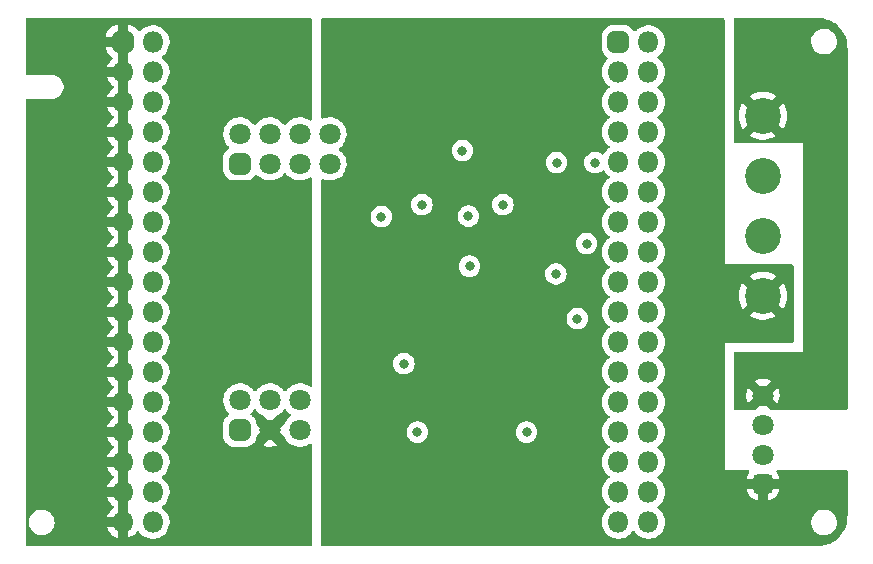
<source format=gbr>
%TF.GenerationSoftware,KiCad,Pcbnew,(6.0.5)*%
%TF.CreationDate,2023-02-06T04:07:19+00:00*%
%TF.ProjectId,AutoFloppySwitcher,4175746f-466c-46f7-9070-795377697463,rev?*%
%TF.SameCoordinates,Original*%
%TF.FileFunction,Copper,L2,Inr*%
%TF.FilePolarity,Positive*%
%FSLAX46Y46*%
G04 Gerber Fmt 4.6, Leading zero omitted, Abs format (unit mm)*
G04 Created by KiCad (PCBNEW (6.0.5)) date 2023-02-06 04:07:19*
%MOMM*%
%LPD*%
G01*
G04 APERTURE LIST*
G04 Aperture macros list*
%AMRoundRect*
0 Rectangle with rounded corners*
0 $1 Rounding radius*
0 $2 $3 $4 $5 $6 $7 $8 $9 X,Y pos of 4 corners*
0 Add a 4 corners polygon primitive as box body*
4,1,4,$2,$3,$4,$5,$6,$7,$8,$9,$2,$3,0*
0 Add four circle primitives for the rounded corners*
1,1,$1+$1,$2,$3*
1,1,$1+$1,$4,$5*
1,1,$1+$1,$6,$7*
1,1,$1+$1,$8,$9*
0 Add four rect primitives between the rounded corners*
20,1,$1+$1,$2,$3,$4,$5,0*
20,1,$1+$1,$4,$5,$6,$7,0*
20,1,$1+$1,$6,$7,$8,$9,0*
20,1,$1+$1,$8,$9,$2,$3,0*%
G04 Aperture macros list end*
%TA.AperFunction,ComponentPad*%
%ADD10RoundRect,0.450000X0.450000X-0.450000X0.450000X0.450000X-0.450000X0.450000X-0.450000X-0.450000X0*%
%TD*%
%TA.AperFunction,ComponentPad*%
%ADD11C,1.800000*%
%TD*%
%TA.AperFunction,ComponentPad*%
%ADD12C,3.040000*%
%TD*%
%TA.AperFunction,ComponentPad*%
%ADD13RoundRect,0.450000X-0.450000X-0.450000X0.450000X-0.450000X0.450000X0.450000X-0.450000X0.450000X0*%
%TD*%
%TA.AperFunction,ComponentPad*%
%ADD14O,1.800000X1.800000*%
%TD*%
%TA.AperFunction,ComponentPad*%
%ADD15RoundRect,0.425000X0.425000X-0.425000X0.425000X0.425000X-0.425000X0.425000X-0.425000X-0.425000X0*%
%TD*%
%TA.AperFunction,ViaPad*%
%ADD16C,0.800000*%
%TD*%
G04 APERTURE END LIST*
D10*
%TO.N,Net-(C1-Pad1)*%
%TO.C,SW1*%
X101722000Y-92232500D03*
D11*
%TO.N,GND*%
X104262000Y-92232500D03*
%TO.N,Net-(C1-Pad1)*%
X106802000Y-92232500D03*
%TO.N,Floppy-Drive-A*%
X101722000Y-89692500D03*
%TO.N,Net-(R5-Pad2)*%
X104262000Y-89692500D03*
%TO.N,Floppy-Drive-B*%
X106802000Y-89692500D03*
%TD*%
D12*
%TO.N,+5V*%
%TO.C,J3*%
X146000000Y-80855500D03*
%TO.N,GND*%
X146000000Y-75775500D03*
X146000000Y-70695500D03*
%TO.N,+12V*%
X146000000Y-65615500D03*
%TD*%
D10*
%TO.N,{slash}MOTEA-IN*%
%TO.C,J1*%
X101722000Y-69690000D03*
D11*
%TO.N,{slash}MOTOR-IN*%
X101722000Y-67150000D03*
%TO.N,{slash}DRVSA-IN*%
X104262000Y-69690000D03*
%TO.N,{slash}DRVSEL-IN*%
X104262000Y-67150000D03*
%TO.N,{slash}MOTEB-IN*%
X106802000Y-69690000D03*
%TO.N,{slash}MOTOR-IN*%
X106802000Y-67150000D03*
%TO.N,{slash}DRBSB-IN*%
X109342000Y-69690000D03*
%TO.N,{slash}DRVSEL-IN*%
X109342000Y-67150000D03*
%TD*%
D13*
%TO.N,GND*%
%TO.C,U3*%
X133771000Y-59372500D03*
D14*
%TO.N,{slash}REDWC*%
X136311000Y-59372500D03*
%TO.N,GND*%
X133771000Y-61912500D03*
%TO.N,N{slash}C 1*%
X136311000Y-61912500D03*
%TO.N,GND*%
X133771000Y-64452500D03*
%TO.N,N{slash}C 2*%
X136311000Y-64452500D03*
%TO.N,GND*%
X133771000Y-66992500D03*
%TO.N,{slash}INDEX*%
X136311000Y-66992500D03*
%TO.N,GND*%
X133771000Y-69532500D03*
%TO.N,{slash}MOTEA-OUT*%
X136311000Y-69532500D03*
%TO.N,GND*%
X133771000Y-72072500D03*
%TO.N,{slash}DRBSB-OUT*%
X136311000Y-72072500D03*
%TO.N,GND*%
X133771000Y-74612500D03*
%TO.N,{slash}DRVSA-OUT*%
X136311000Y-74612500D03*
%TO.N,GND*%
X133771000Y-77152500D03*
%TO.N,{slash}MOTEB-OUT*%
X136311000Y-77152500D03*
%TO.N,GND*%
X133771000Y-79692500D03*
%TO.N,{slash}DIR*%
X136311000Y-79692500D03*
%TO.N,GND*%
X133771000Y-82232500D03*
%TO.N,{slash}STEP*%
X136311000Y-82232500D03*
%TO.N,GND*%
X133771000Y-84772500D03*
%TO.N,{slash}WDATE*%
X136311000Y-84772500D03*
%TO.N,GND*%
X133771000Y-87312500D03*
%TO.N,{slash}WGATE*%
X136311000Y-87312500D03*
%TO.N,GND*%
X133771000Y-89852500D03*
%TO.N,{slash}TRK00*%
X136311000Y-89852500D03*
%TO.N,GND*%
X133771000Y-92392500D03*
%TO.N,{slash}WPT*%
X136311000Y-92392500D03*
%TO.N,GND*%
X133771000Y-94932500D03*
%TO.N,{slash}RDATA*%
X136311000Y-94932500D03*
%TO.N,GND*%
X133771000Y-97472500D03*
%TO.N,{slash}SIDE1*%
X136311000Y-97472500D03*
%TO.N,GND*%
X133771000Y-100012500D03*
%TO.N,{slash}DSKCHG*%
X136311000Y-100012500D03*
%TD*%
D13*
%TO.N,GND*%
%TO.C,U2*%
X91816000Y-59372500D03*
D14*
%TO.N,{slash}REDWC*%
X94356000Y-59372500D03*
%TO.N,GND*%
X91816000Y-61912500D03*
%TO.N,N{slash}C 1*%
X94356000Y-61912500D03*
%TO.N,GND*%
X91816000Y-64452500D03*
%TO.N,N{slash}C 2*%
X94356000Y-64452500D03*
%TO.N,GND*%
X91816000Y-66992500D03*
%TO.N,{slash}INDEX*%
X94356000Y-66992500D03*
%TO.N,GND*%
X91816000Y-69532500D03*
%TO.N,{slash}MOTEA-IN*%
X94356000Y-69532500D03*
%TO.N,GND*%
X91816000Y-72072500D03*
%TO.N,{slash}DRBSB-IN*%
X94356000Y-72072500D03*
%TO.N,GND*%
X91816000Y-74612500D03*
%TO.N,{slash}DRVSA-IN*%
X94356000Y-74612500D03*
%TO.N,GND*%
X91816000Y-77152500D03*
%TO.N,{slash}MOTEB-IN*%
X94356000Y-77152500D03*
%TO.N,GND*%
X91816000Y-79692500D03*
%TO.N,{slash}DIR*%
X94356000Y-79692500D03*
%TO.N,GND*%
X91816000Y-82232500D03*
%TO.N,{slash}STEP*%
X94356000Y-82232500D03*
%TO.N,GND*%
X91816000Y-84772500D03*
%TO.N,{slash}WDATE*%
X94356000Y-84772500D03*
%TO.N,GND*%
X91816000Y-87312500D03*
%TO.N,{slash}WGATE*%
X94356000Y-87312500D03*
%TO.N,GND*%
X91816000Y-89852500D03*
%TO.N,{slash}TRK00*%
X94356000Y-89852500D03*
%TO.N,GND*%
X91816000Y-92392500D03*
%TO.N,{slash}WPT*%
X94356000Y-92392500D03*
%TO.N,GND*%
X91816000Y-94932500D03*
%TO.N,{slash}RDATA*%
X94356000Y-94932500D03*
%TO.N,GND*%
X91816000Y-97472500D03*
%TO.N,{slash}SIDE1*%
X94356000Y-97472500D03*
%TO.N,GND*%
X91816000Y-100012500D03*
%TO.N,{slash}DSKCHG*%
X94356000Y-100012500D03*
%TD*%
D15*
%TO.N,+5V*%
%TO.C,J2*%
X146000000Y-96807500D03*
D11*
%TO.N,GND*%
X146000000Y-94307500D03*
X146000000Y-91807500D03*
%TO.N,+12V*%
X146000000Y-89307500D03*
%TD*%
D16*
%TO.N,{slash}DRVSEL-IN*%
X123984000Y-73152000D03*
X117126000Y-73152000D03*
%TO.N,GND*%
X97332800Y-97472500D03*
X97332800Y-100012500D03*
X128524000Y-69596000D03*
X120555000Y-68580000D03*
X97332800Y-94932500D03*
%TO.N,{slash}MOTEA-OUT*%
X131775200Y-69596000D03*
%TO.N,+5V*%
X123698000Y-78867000D03*
X118599200Y-78359000D03*
X110522000Y-82800000D03*
X128270000Y-96266000D03*
X110522000Y-86600000D03*
X110522000Y-90424000D03*
X110522000Y-78994000D03*
%TO.N,/555-Release*%
X121158000Y-78359000D03*
X128473200Y-79006500D03*
%TO.N,/DSKCHG-Pulldown*%
X125984000Y-92405200D03*
X116738400Y-92405200D03*
%TO.N,{slash}DRVSA-OUT*%
X113690400Y-74168000D03*
%TO.N,{slash}DRBSB-OUT*%
X121056400Y-74117200D03*
%TO.N,{slash}STEP*%
X130286511Y-82804000D03*
%TO.N,{slash}MOTEB-OUT*%
X131064000Y-76454000D03*
%TO.N,Net-(R5-Pad2)*%
X115602000Y-86614000D03*
%TD*%
%TA.AperFunction,Conductor*%
%TO.N,GND*%
G36*
X107765121Y-57371002D02*
G01*
X107811614Y-57424658D01*
X107823000Y-57477000D01*
X107823000Y-65901399D01*
X107802998Y-65969520D01*
X107749342Y-66016013D01*
X107679068Y-66026117D01*
X107618909Y-66000282D01*
X107613043Y-65995649D01*
X107584123Y-65972810D01*
X107579607Y-65970317D01*
X107579604Y-65970315D01*
X107385879Y-65863373D01*
X107385875Y-65863371D01*
X107381355Y-65860876D01*
X107376486Y-65859152D01*
X107376482Y-65859150D01*
X107167903Y-65785288D01*
X107167899Y-65785287D01*
X107163028Y-65783562D01*
X107157935Y-65782655D01*
X107157932Y-65782654D01*
X106940095Y-65743851D01*
X106940089Y-65743850D01*
X106935006Y-65742945D01*
X106862096Y-65742054D01*
X106708581Y-65740179D01*
X106708579Y-65740179D01*
X106703411Y-65740116D01*
X106474464Y-65775150D01*
X106254314Y-65847106D01*
X106249726Y-65849494D01*
X106249722Y-65849496D01*
X106076386Y-65939729D01*
X106048872Y-65954052D01*
X106044739Y-65957155D01*
X106044736Y-65957157D01*
X105867790Y-66090012D01*
X105863655Y-66093117D01*
X105703639Y-66260564D01*
X105636306Y-66359271D01*
X105581397Y-66404271D01*
X105510872Y-66412442D01*
X105447125Y-66381188D01*
X105426428Y-66356705D01*
X105384571Y-66292004D01*
X105381764Y-66287665D01*
X105225887Y-66116358D01*
X105221836Y-66113159D01*
X105221832Y-66113155D01*
X105048177Y-65976011D01*
X105048172Y-65976008D01*
X105044123Y-65972810D01*
X105039607Y-65970317D01*
X105039604Y-65970315D01*
X104845879Y-65863373D01*
X104845875Y-65863371D01*
X104841355Y-65860876D01*
X104836486Y-65859152D01*
X104836482Y-65859150D01*
X104627903Y-65785288D01*
X104627899Y-65785287D01*
X104623028Y-65783562D01*
X104617935Y-65782655D01*
X104617932Y-65782654D01*
X104400095Y-65743851D01*
X104400089Y-65743850D01*
X104395006Y-65742945D01*
X104322096Y-65742054D01*
X104168581Y-65740179D01*
X104168579Y-65740179D01*
X104163411Y-65740116D01*
X103934464Y-65775150D01*
X103714314Y-65847106D01*
X103709726Y-65849494D01*
X103709722Y-65849496D01*
X103536386Y-65939729D01*
X103508872Y-65954052D01*
X103504739Y-65957155D01*
X103504736Y-65957157D01*
X103327790Y-66090012D01*
X103323655Y-66093117D01*
X103163639Y-66260564D01*
X103096306Y-66359271D01*
X103041397Y-66404271D01*
X102970872Y-66412442D01*
X102907125Y-66381188D01*
X102886428Y-66356705D01*
X102844571Y-66292004D01*
X102841764Y-66287665D01*
X102685887Y-66116358D01*
X102681836Y-66113159D01*
X102681832Y-66113155D01*
X102508177Y-65976011D01*
X102508172Y-65976008D01*
X102504123Y-65972810D01*
X102499607Y-65970317D01*
X102499604Y-65970315D01*
X102305879Y-65863373D01*
X102305875Y-65863371D01*
X102301355Y-65860876D01*
X102296486Y-65859152D01*
X102296482Y-65859150D01*
X102087903Y-65785288D01*
X102087899Y-65785287D01*
X102083028Y-65783562D01*
X102077935Y-65782655D01*
X102077932Y-65782654D01*
X101860095Y-65743851D01*
X101860089Y-65743850D01*
X101855006Y-65742945D01*
X101782096Y-65742054D01*
X101628581Y-65740179D01*
X101628579Y-65740179D01*
X101623411Y-65740116D01*
X101394464Y-65775150D01*
X101174314Y-65847106D01*
X101169726Y-65849494D01*
X101169722Y-65849496D01*
X100996386Y-65939729D01*
X100968872Y-65954052D01*
X100964739Y-65957155D01*
X100964736Y-65957157D01*
X100787790Y-66090012D01*
X100783655Y-66093117D01*
X100623639Y-66260564D01*
X100620730Y-66264829D01*
X100620724Y-66264837D01*
X100605152Y-66287665D01*
X100493119Y-66451899D01*
X100395602Y-66661981D01*
X100333707Y-66885169D01*
X100309095Y-67115469D01*
X100309392Y-67120622D01*
X100309392Y-67120625D01*
X100319511Y-67296117D01*
X100322427Y-67346697D01*
X100323564Y-67351743D01*
X100323565Y-67351749D01*
X100355741Y-67494523D01*
X100373346Y-67572642D01*
X100375288Y-67577424D01*
X100375289Y-67577428D01*
X100458540Y-67782450D01*
X100460484Y-67787237D01*
X100581501Y-67984719D01*
X100733147Y-68159784D01*
X100794701Y-68210887D01*
X100834336Y-68269789D01*
X100835834Y-68340770D01*
X100798720Y-68401293D01*
X100772592Y-68419492D01*
X100741643Y-68435672D01*
X100736700Y-68439703D01*
X100736699Y-68439704D01*
X100667648Y-68496021D01*
X100590743Y-68558743D01*
X100586714Y-68563683D01*
X100496327Y-68674509D01*
X100467672Y-68709643D01*
X100377457Y-68882208D01*
X100323784Y-69069389D01*
X100313500Y-69184616D01*
X100313500Y-70195384D01*
X100323784Y-70310611D01*
X100377457Y-70497792D01*
X100467672Y-70670357D01*
X100471703Y-70675300D01*
X100471704Y-70675301D01*
X100499164Y-70708970D01*
X100590743Y-70821257D01*
X100595683Y-70825286D01*
X100686338Y-70899222D01*
X100741643Y-70944328D01*
X100914208Y-71034543D01*
X101101389Y-71088216D01*
X101133556Y-71091087D01*
X101213823Y-71098251D01*
X101213829Y-71098251D01*
X101216616Y-71098500D01*
X102227384Y-71098500D01*
X102230171Y-71098251D01*
X102230177Y-71098251D01*
X102310444Y-71091087D01*
X102342611Y-71088216D01*
X102529792Y-71034543D01*
X102702357Y-70944328D01*
X102757663Y-70899222D01*
X102848317Y-70825286D01*
X102853257Y-70821257D01*
X102944836Y-70708970D01*
X102972296Y-70675301D01*
X102972297Y-70675300D01*
X102976328Y-70670357D01*
X102979286Y-70664699D01*
X102992714Y-70639015D01*
X103042000Y-70587913D01*
X103111090Y-70571570D01*
X103178048Y-70595174D01*
X103199613Y-70614894D01*
X103273147Y-70699784D01*
X103451349Y-70847730D01*
X103651322Y-70964584D01*
X103867694Y-71047209D01*
X103872760Y-71048240D01*
X103872761Y-71048240D01*
X103925846Y-71059040D01*
X104094656Y-71093385D01*
X104225324Y-71098176D01*
X104320949Y-71101683D01*
X104320953Y-71101683D01*
X104326113Y-71101872D01*
X104331233Y-71101216D01*
X104331235Y-71101216D01*
X104404270Y-71091860D01*
X104555847Y-71072442D01*
X104560795Y-71070957D01*
X104560802Y-71070956D01*
X104772747Y-71007369D01*
X104777690Y-71005886D01*
X104858236Y-70966427D01*
X104981049Y-70906262D01*
X104981052Y-70906260D01*
X104985684Y-70903991D01*
X105174243Y-70769494D01*
X105338303Y-70606005D01*
X105341317Y-70601811D01*
X105341326Y-70601800D01*
X105428960Y-70479844D01*
X105484954Y-70436196D01*
X105555658Y-70429750D01*
X105618622Y-70462553D01*
X105638715Y-70487536D01*
X105658800Y-70520313D01*
X105658806Y-70520321D01*
X105661501Y-70524719D01*
X105813147Y-70699784D01*
X105991349Y-70847730D01*
X106191322Y-70964584D01*
X106407694Y-71047209D01*
X106412760Y-71048240D01*
X106412761Y-71048240D01*
X106465846Y-71059040D01*
X106634656Y-71093385D01*
X106765324Y-71098176D01*
X106860949Y-71101683D01*
X106860953Y-71101683D01*
X106866113Y-71101872D01*
X106871233Y-71101216D01*
X106871235Y-71101216D01*
X106944270Y-71091860D01*
X107095847Y-71072442D01*
X107100795Y-71070957D01*
X107100802Y-71070956D01*
X107312747Y-71007369D01*
X107317690Y-71005886D01*
X107398236Y-70966427D01*
X107521049Y-70906262D01*
X107521052Y-70906260D01*
X107525684Y-70903991D01*
X107623832Y-70833983D01*
X107690905Y-70810709D01*
X107759914Y-70827393D01*
X107808948Y-70878737D01*
X107823000Y-70936562D01*
X107823000Y-88443899D01*
X107802998Y-88512020D01*
X107749342Y-88558513D01*
X107679068Y-88568617D01*
X107618909Y-88542782D01*
X107598398Y-88526584D01*
X107584123Y-88515310D01*
X107579607Y-88512817D01*
X107579604Y-88512815D01*
X107385879Y-88405873D01*
X107385875Y-88405871D01*
X107381355Y-88403376D01*
X107376486Y-88401652D01*
X107376482Y-88401650D01*
X107167903Y-88327788D01*
X107167899Y-88327787D01*
X107163028Y-88326062D01*
X107157935Y-88325155D01*
X107157932Y-88325154D01*
X106940095Y-88286351D01*
X106940089Y-88286350D01*
X106935006Y-88285445D01*
X106862096Y-88284554D01*
X106708581Y-88282679D01*
X106708579Y-88282679D01*
X106703411Y-88282616D01*
X106474464Y-88317650D01*
X106254314Y-88389606D01*
X106249726Y-88391994D01*
X106249722Y-88391996D01*
X106084969Y-88477761D01*
X106048872Y-88496552D01*
X106044739Y-88499655D01*
X106044736Y-88499657D01*
X105867790Y-88632512D01*
X105863655Y-88635617D01*
X105837792Y-88662681D01*
X105710756Y-88795617D01*
X105703639Y-88803064D01*
X105636306Y-88901771D01*
X105581397Y-88946771D01*
X105510872Y-88954942D01*
X105447125Y-88923688D01*
X105426428Y-88899205D01*
X105384571Y-88834504D01*
X105381764Y-88830165D01*
X105371476Y-88818858D01*
X105249260Y-88684545D01*
X105225887Y-88658858D01*
X105221836Y-88655659D01*
X105221832Y-88655655D01*
X105048177Y-88518511D01*
X105048172Y-88518508D01*
X105044123Y-88515310D01*
X105039607Y-88512817D01*
X105039604Y-88512815D01*
X104845879Y-88405873D01*
X104845875Y-88405871D01*
X104841355Y-88403376D01*
X104836486Y-88401652D01*
X104836482Y-88401650D01*
X104627903Y-88327788D01*
X104627899Y-88327787D01*
X104623028Y-88326062D01*
X104617935Y-88325155D01*
X104617932Y-88325154D01*
X104400095Y-88286351D01*
X104400089Y-88286350D01*
X104395006Y-88285445D01*
X104322096Y-88284554D01*
X104168581Y-88282679D01*
X104168579Y-88282679D01*
X104163411Y-88282616D01*
X103934464Y-88317650D01*
X103714314Y-88389606D01*
X103709726Y-88391994D01*
X103709722Y-88391996D01*
X103544969Y-88477761D01*
X103508872Y-88496552D01*
X103504739Y-88499655D01*
X103504736Y-88499657D01*
X103327790Y-88632512D01*
X103323655Y-88635617D01*
X103297792Y-88662681D01*
X103170756Y-88795617D01*
X103163639Y-88803064D01*
X103096306Y-88901771D01*
X103041397Y-88946771D01*
X102970872Y-88954942D01*
X102907125Y-88923688D01*
X102886428Y-88899205D01*
X102844571Y-88834504D01*
X102841764Y-88830165D01*
X102831476Y-88818858D01*
X102709260Y-88684545D01*
X102685887Y-88658858D01*
X102681836Y-88655659D01*
X102681832Y-88655655D01*
X102508177Y-88518511D01*
X102508172Y-88518508D01*
X102504123Y-88515310D01*
X102499607Y-88512817D01*
X102499604Y-88512815D01*
X102305879Y-88405873D01*
X102305875Y-88405871D01*
X102301355Y-88403376D01*
X102296486Y-88401652D01*
X102296482Y-88401650D01*
X102087903Y-88327788D01*
X102087899Y-88327787D01*
X102083028Y-88326062D01*
X102077935Y-88325155D01*
X102077932Y-88325154D01*
X101860095Y-88286351D01*
X101860089Y-88286350D01*
X101855006Y-88285445D01*
X101782096Y-88284554D01*
X101628581Y-88282679D01*
X101628579Y-88282679D01*
X101623411Y-88282616D01*
X101394464Y-88317650D01*
X101174314Y-88389606D01*
X101169726Y-88391994D01*
X101169722Y-88391996D01*
X101004969Y-88477761D01*
X100968872Y-88496552D01*
X100964739Y-88499655D01*
X100964736Y-88499657D01*
X100787790Y-88632512D01*
X100783655Y-88635617D01*
X100757792Y-88662681D01*
X100630756Y-88795617D01*
X100623639Y-88803064D01*
X100620730Y-88807329D01*
X100620724Y-88807337D01*
X100605152Y-88830165D01*
X100493119Y-88994399D01*
X100395602Y-89204481D01*
X100333707Y-89427669D01*
X100309095Y-89657969D01*
X100322427Y-89889197D01*
X100323564Y-89894243D01*
X100323565Y-89894249D01*
X100345408Y-89991171D01*
X100373346Y-90115142D01*
X100375288Y-90119924D01*
X100375289Y-90119928D01*
X100438315Y-90275142D01*
X100460484Y-90329737D01*
X100581501Y-90527219D01*
X100733147Y-90702284D01*
X100794701Y-90753387D01*
X100834336Y-90812289D01*
X100835834Y-90883270D01*
X100798720Y-90943793D01*
X100772592Y-90961992D01*
X100757579Y-90969841D01*
X100749090Y-90974279D01*
X100741643Y-90978172D01*
X100736700Y-90982203D01*
X100736699Y-90982204D01*
X100693102Y-91017761D01*
X100590743Y-91101243D01*
X100586714Y-91106183D01*
X100562097Y-91136367D01*
X100467672Y-91252143D01*
X100377457Y-91424708D01*
X100323784Y-91611889D01*
X100323251Y-91617862D01*
X100315168Y-91708432D01*
X100313500Y-91727116D01*
X100313500Y-92737884D01*
X100323784Y-92853111D01*
X100377457Y-93040292D01*
X100467672Y-93212857D01*
X100471703Y-93217800D01*
X100471704Y-93217801D01*
X100548526Y-93311994D01*
X100590743Y-93363757D01*
X100595683Y-93367786D01*
X100727131Y-93474992D01*
X100741643Y-93486828D01*
X100747296Y-93489783D01*
X100747297Y-93489784D01*
X100759457Y-93496141D01*
X100914208Y-93577043D01*
X101101389Y-93630716D01*
X101133556Y-93633587D01*
X101213823Y-93640751D01*
X101213829Y-93640751D01*
X101216616Y-93641000D01*
X102227384Y-93641000D01*
X102230171Y-93640751D01*
X102230177Y-93640751D01*
X102310444Y-93633587D01*
X102342611Y-93630716D01*
X102529792Y-93577043D01*
X102684543Y-93496141D01*
X103640375Y-93496141D01*
X103645655Y-93503195D01*
X103647079Y-93504026D01*
X103656363Y-93508474D01*
X103863003Y-93587383D01*
X103872901Y-93590259D01*
X104089653Y-93634357D01*
X104099883Y-93635576D01*
X104320914Y-93643682D01*
X104331223Y-93643214D01*
X104550623Y-93615108D01*
X104560688Y-93612968D01*
X104772564Y-93549403D01*
X104782141Y-93545650D01*
X104870988Y-93502124D01*
X104881393Y-93492602D01*
X104879332Y-93486228D01*
X104274812Y-92881708D01*
X104260868Y-92874094D01*
X104259035Y-92874225D01*
X104252420Y-92878476D01*
X103647135Y-93483761D01*
X103640375Y-93496141D01*
X102684543Y-93496141D01*
X102696703Y-93489784D01*
X102696704Y-93489783D01*
X102702357Y-93486828D01*
X102716870Y-93474992D01*
X102848317Y-93367786D01*
X102853257Y-93363757D01*
X102895474Y-93311994D01*
X102972296Y-93217801D01*
X102972297Y-93217800D01*
X102976328Y-93212857D01*
X103066543Y-93040292D01*
X103120216Y-92853111D01*
X103127442Y-92772150D01*
X103153421Y-92706077D01*
X103163848Y-92694256D01*
X103612792Y-92245312D01*
X103620406Y-92231368D01*
X103620275Y-92229535D01*
X103616024Y-92222920D01*
X103163848Y-91770744D01*
X103129822Y-91708432D01*
X103127442Y-91692850D01*
X103120749Y-91617862D01*
X103120216Y-91611889D01*
X103066543Y-91424708D01*
X102976328Y-91252143D01*
X102881904Y-91136367D01*
X102857286Y-91106183D01*
X102853257Y-91101243D01*
X102750898Y-91017761D01*
X102707301Y-90982204D01*
X102707300Y-90982203D01*
X102702357Y-90978172D01*
X102694911Y-90974279D01*
X102686421Y-90969841D01*
X102674263Y-90963485D01*
X102623161Y-90914199D01*
X102606817Y-90845110D01*
X102630420Y-90778151D01*
X102643698Y-90762572D01*
X102724027Y-90682522D01*
X102798303Y-90608505D01*
X102801317Y-90604311D01*
X102801326Y-90604300D01*
X102888960Y-90482344D01*
X102944954Y-90438696D01*
X103015658Y-90432250D01*
X103078622Y-90465053D01*
X103098715Y-90490036D01*
X103118800Y-90522813D01*
X103118804Y-90522818D01*
X103121501Y-90527219D01*
X103273147Y-90702284D01*
X103451349Y-90850230D01*
X103455812Y-90852838D01*
X103455815Y-90852840D01*
X103464678Y-90858019D01*
X103598507Y-90936222D01*
X103630970Y-90963441D01*
X103640175Y-90974279D01*
X104249188Y-91583292D01*
X104263132Y-91590906D01*
X104264965Y-91590775D01*
X104271580Y-91586524D01*
X104888263Y-90969841D01*
X104889741Y-90971319D01*
X104927931Y-90934784D01*
X104985684Y-90906491D01*
X105174243Y-90771994D01*
X105338303Y-90608505D01*
X105341317Y-90604311D01*
X105341326Y-90604300D01*
X105428960Y-90482344D01*
X105484954Y-90438696D01*
X105555658Y-90432250D01*
X105618622Y-90465053D01*
X105638715Y-90490036D01*
X105658800Y-90522813D01*
X105658804Y-90522818D01*
X105661501Y-90527219D01*
X105813147Y-90702284D01*
X105991349Y-90850230D01*
X105995816Y-90852840D01*
X105995819Y-90852842D01*
X105999511Y-90855000D01*
X106048232Y-90906640D01*
X106061301Y-90976424D01*
X106034566Y-91042194D01*
X106011589Y-91064545D01*
X105882717Y-91161305D01*
X105863655Y-91175617D01*
X105825724Y-91215310D01*
X105710756Y-91335617D01*
X105703639Y-91343064D01*
X105700725Y-91347336D01*
X105700724Y-91347337D01*
X105685152Y-91370165D01*
X105573119Y-91534399D01*
X105570940Y-91539093D01*
X105570935Y-91539102D01*
X105560413Y-91561771D01*
X105524286Y-91607551D01*
X105519786Y-91611110D01*
X104911208Y-92219688D01*
X104903594Y-92233632D01*
X104903725Y-92235465D01*
X104907976Y-92242080D01*
X105523643Y-92857747D01*
X105522350Y-92859040D01*
X105550110Y-92885445D01*
X105661501Y-93067219D01*
X105813147Y-93242284D01*
X105991349Y-93390230D01*
X106191322Y-93507084D01*
X106407694Y-93589709D01*
X106412760Y-93590740D01*
X106412761Y-93590740D01*
X106465846Y-93601540D01*
X106634656Y-93635885D01*
X106765324Y-93640676D01*
X106860949Y-93644183D01*
X106860953Y-93644183D01*
X106866113Y-93644372D01*
X106871233Y-93643716D01*
X106871235Y-93643716D01*
X106944291Y-93634357D01*
X107095847Y-93614942D01*
X107100795Y-93613457D01*
X107100802Y-93613456D01*
X107312747Y-93549869D01*
X107317690Y-93548386D01*
X107399161Y-93508474D01*
X107521049Y-93448762D01*
X107521052Y-93448760D01*
X107525684Y-93446491D01*
X107623832Y-93376483D01*
X107690905Y-93353209D01*
X107759914Y-93369893D01*
X107808948Y-93421237D01*
X107823000Y-93479062D01*
X107823000Y-101908000D01*
X107802998Y-101976121D01*
X107749342Y-102022614D01*
X107697000Y-102034000D01*
X83692000Y-102034000D01*
X83623879Y-102013998D01*
X83577386Y-101960342D01*
X83566000Y-101908000D01*
X83566000Y-99989281D01*
X83849468Y-99989281D01*
X83859036Y-100196002D01*
X83860440Y-100201827D01*
X83860440Y-100201828D01*
X83887984Y-100316117D01*
X83907521Y-100397185D01*
X83910003Y-100402643D01*
X83910004Y-100402647D01*
X83939024Y-100466473D01*
X83993174Y-100585569D01*
X84112905Y-100754358D01*
X84117228Y-100758496D01*
X84117232Y-100758501D01*
X84258062Y-100893316D01*
X84262392Y-100897461D01*
X84267427Y-100900712D01*
X84431206Y-101006463D01*
X84431209Y-101006464D01*
X84436243Y-101009715D01*
X84628184Y-101087070D01*
X84634065Y-101088218D01*
X84634070Y-101088220D01*
X84826844Y-101125866D01*
X84826847Y-101125866D01*
X84831290Y-101126734D01*
X84836729Y-101127000D01*
X84989304Y-101127000D01*
X85143607Y-101112278D01*
X85225170Y-101088350D01*
X85336427Y-101055711D01*
X85336429Y-101055710D01*
X85342180Y-101054023D01*
X85347514Y-101051276D01*
X85520825Y-100962016D01*
X85520828Y-100962014D01*
X85526156Y-100959270D01*
X85688894Y-100831437D01*
X85714541Y-100801882D01*
X85767877Y-100740417D01*
X85824524Y-100675137D01*
X85928152Y-100496010D01*
X85936533Y-100471876D01*
X90482801Y-100471876D01*
X90552988Y-100644725D01*
X90557631Y-100653916D01*
X90673208Y-100842522D01*
X90679286Y-100850826D01*
X90824113Y-101018019D01*
X90831475Y-101025228D01*
X91001660Y-101166518D01*
X91010099Y-101172427D01*
X91201077Y-101284025D01*
X91210364Y-101288475D01*
X91349078Y-101341445D01*
X91363133Y-101342560D01*
X91366000Y-101337406D01*
X91366000Y-101329458D01*
X92266000Y-101329458D01*
X92269973Y-101342989D01*
X92277617Y-101344088D01*
X92326557Y-101329405D01*
X92336152Y-101325644D01*
X92534778Y-101228338D01*
X92543636Y-101223059D01*
X92723716Y-101094609D01*
X92731578Y-101087965D01*
X92888260Y-100931829D01*
X92894937Y-100923984D01*
X92982676Y-100801882D01*
X93038671Y-100758234D01*
X93109374Y-100751788D01*
X93172339Y-100784591D01*
X93192432Y-100809574D01*
X93212800Y-100842813D01*
X93212806Y-100842821D01*
X93215501Y-100847219D01*
X93367147Y-101022284D01*
X93545349Y-101170230D01*
X93745322Y-101287084D01*
X93961694Y-101369709D01*
X93966760Y-101370740D01*
X93966761Y-101370740D01*
X94019846Y-101381540D01*
X94188656Y-101415885D01*
X94319324Y-101420676D01*
X94414949Y-101424183D01*
X94414953Y-101424183D01*
X94420113Y-101424372D01*
X94425233Y-101423716D01*
X94425235Y-101423716D01*
X94498270Y-101414360D01*
X94649847Y-101394942D01*
X94654795Y-101393457D01*
X94654802Y-101393456D01*
X94866747Y-101329869D01*
X94871690Y-101328386D01*
X94953159Y-101288475D01*
X95075049Y-101228762D01*
X95075052Y-101228760D01*
X95079684Y-101226491D01*
X95268243Y-101091994D01*
X95432303Y-100928505D01*
X95567458Y-100740417D01*
X95670078Y-100532780D01*
X95737408Y-100311171D01*
X95767640Y-100081541D01*
X95769327Y-100012500D01*
X95758694Y-99883170D01*
X95750773Y-99786818D01*
X95750772Y-99786812D01*
X95750349Y-99781667D01*
X95700647Y-99583794D01*
X95695184Y-99562044D01*
X95695183Y-99562040D01*
X95693925Y-99557033D01*
X95691866Y-99552297D01*
X95603630Y-99349368D01*
X95603628Y-99349365D01*
X95601570Y-99344631D01*
X95475764Y-99150165D01*
X95319887Y-98978858D01*
X95315836Y-98975659D01*
X95315832Y-98975655D01*
X95143077Y-98839222D01*
X95102014Y-98781305D01*
X95098782Y-98710382D01*
X95134407Y-98648970D01*
X95148001Y-98637761D01*
X95151949Y-98634945D01*
X95268243Y-98551994D01*
X95432303Y-98388505D01*
X95567458Y-98200417D01*
X95670078Y-97992780D01*
X95737408Y-97771171D01*
X95767640Y-97541541D01*
X95769327Y-97472500D01*
X95763032Y-97395934D01*
X95750773Y-97246818D01*
X95750772Y-97246812D01*
X95750349Y-97241667D01*
X95722137Y-97129350D01*
X95695184Y-97022044D01*
X95695183Y-97022040D01*
X95693925Y-97017033D01*
X95691866Y-97012297D01*
X95603630Y-96809368D01*
X95603628Y-96809365D01*
X95601570Y-96804631D01*
X95475764Y-96610165D01*
X95319887Y-96438858D01*
X95315836Y-96435659D01*
X95315832Y-96435655D01*
X95143077Y-96299222D01*
X95102014Y-96241305D01*
X95098782Y-96170382D01*
X95134407Y-96108970D01*
X95148001Y-96097761D01*
X95151949Y-96094945D01*
X95268243Y-96011994D01*
X95432303Y-95848505D01*
X95567458Y-95660417D01*
X95670078Y-95452780D01*
X95737408Y-95231171D01*
X95767640Y-95001541D01*
X95769327Y-94932500D01*
X95763032Y-94855934D01*
X95750773Y-94706818D01*
X95750772Y-94706812D01*
X95750349Y-94701667D01*
X95722137Y-94589350D01*
X95695184Y-94482044D01*
X95695183Y-94482040D01*
X95693925Y-94477033D01*
X95691866Y-94472297D01*
X95603630Y-94269368D01*
X95603628Y-94269365D01*
X95601570Y-94264631D01*
X95475764Y-94070165D01*
X95319887Y-93898858D01*
X95315836Y-93895659D01*
X95315832Y-93895655D01*
X95143077Y-93759222D01*
X95102014Y-93701305D01*
X95098782Y-93630382D01*
X95134407Y-93568970D01*
X95148001Y-93557761D01*
X95151949Y-93554945D01*
X95268243Y-93471994D01*
X95432303Y-93308505D01*
X95567458Y-93120417D01*
X95646535Y-92960417D01*
X95667784Y-92917422D01*
X95667785Y-92917420D01*
X95670078Y-92912780D01*
X95737408Y-92691171D01*
X95767640Y-92461541D01*
X95769327Y-92392500D01*
X95756960Y-92242080D01*
X95750773Y-92166818D01*
X95750772Y-92166812D01*
X95750349Y-92161667D01*
X95701620Y-91967669D01*
X95695184Y-91942044D01*
X95695183Y-91942040D01*
X95693925Y-91937033D01*
X95691866Y-91932297D01*
X95603630Y-91729368D01*
X95603628Y-91729365D01*
X95601570Y-91724631D01*
X95475764Y-91530165D01*
X95319887Y-91358858D01*
X95315836Y-91355659D01*
X95315832Y-91355655D01*
X95143077Y-91219222D01*
X95102014Y-91161305D01*
X95098782Y-91090382D01*
X95134407Y-91028970D01*
X95148001Y-91017761D01*
X95151949Y-91014945D01*
X95268243Y-90931994D01*
X95432303Y-90768505D01*
X95567458Y-90580417D01*
X95615929Y-90482344D01*
X95667784Y-90377422D01*
X95667785Y-90377420D01*
X95670078Y-90372780D01*
X95737408Y-90151171D01*
X95767640Y-89921541D01*
X95769327Y-89852500D01*
X95756173Y-89692500D01*
X95750773Y-89626818D01*
X95750772Y-89626812D01*
X95750349Y-89621667D01*
X95710160Y-89461667D01*
X95695184Y-89402044D01*
X95695183Y-89402040D01*
X95693925Y-89397033D01*
X95691866Y-89392297D01*
X95603630Y-89189368D01*
X95603628Y-89189365D01*
X95601570Y-89184631D01*
X95475764Y-88990165D01*
X95319887Y-88818858D01*
X95315836Y-88815659D01*
X95315832Y-88815655D01*
X95143077Y-88679222D01*
X95102014Y-88621305D01*
X95098782Y-88550382D01*
X95134407Y-88488970D01*
X95148001Y-88477761D01*
X95151949Y-88474945D01*
X95268243Y-88391994D01*
X95432303Y-88228505D01*
X95567458Y-88040417D01*
X95670078Y-87832780D01*
X95737408Y-87611171D01*
X95767640Y-87381541D01*
X95769327Y-87312500D01*
X95763032Y-87235934D01*
X95750773Y-87086818D01*
X95750772Y-87086812D01*
X95750349Y-87081667D01*
X95722137Y-86969350D01*
X95695184Y-86862044D01*
X95695183Y-86862040D01*
X95693925Y-86857033D01*
X95691866Y-86852297D01*
X95603630Y-86649368D01*
X95603628Y-86649365D01*
X95601570Y-86644631D01*
X95475764Y-86450165D01*
X95319887Y-86278858D01*
X95315836Y-86275659D01*
X95315832Y-86275655D01*
X95143077Y-86139222D01*
X95102014Y-86081305D01*
X95098782Y-86010382D01*
X95134407Y-85948970D01*
X95148001Y-85937761D01*
X95151949Y-85934945D01*
X95268243Y-85851994D01*
X95432303Y-85688505D01*
X95567458Y-85500417D01*
X95670078Y-85292780D01*
X95737408Y-85071171D01*
X95767640Y-84841541D01*
X95769327Y-84772500D01*
X95763032Y-84695934D01*
X95750773Y-84546818D01*
X95750772Y-84546812D01*
X95750349Y-84541667D01*
X95722137Y-84429350D01*
X95695184Y-84322044D01*
X95695183Y-84322040D01*
X95693925Y-84317033D01*
X95691866Y-84312297D01*
X95603630Y-84109368D01*
X95603628Y-84109365D01*
X95601570Y-84104631D01*
X95475764Y-83910165D01*
X95319887Y-83738858D01*
X95315836Y-83735659D01*
X95315832Y-83735655D01*
X95143077Y-83599222D01*
X95102014Y-83541305D01*
X95098782Y-83470382D01*
X95134407Y-83408970D01*
X95148001Y-83397761D01*
X95151949Y-83394945D01*
X95268243Y-83311994D01*
X95432303Y-83148505D01*
X95567458Y-82960417D01*
X95670078Y-82752780D01*
X95737408Y-82531171D01*
X95767640Y-82301541D01*
X95769327Y-82232500D01*
X95763032Y-82155934D01*
X95750773Y-82006818D01*
X95750772Y-82006812D01*
X95750349Y-82001667D01*
X95722137Y-81889350D01*
X95695184Y-81782044D01*
X95695183Y-81782040D01*
X95693925Y-81777033D01*
X95691866Y-81772297D01*
X95603630Y-81569368D01*
X95603628Y-81569365D01*
X95601570Y-81564631D01*
X95475764Y-81370165D01*
X95319887Y-81198858D01*
X95315836Y-81195659D01*
X95315832Y-81195655D01*
X95143077Y-81059222D01*
X95102014Y-81001305D01*
X95098782Y-80930382D01*
X95134407Y-80868970D01*
X95148001Y-80857761D01*
X95151949Y-80854945D01*
X95268243Y-80771994D01*
X95432303Y-80608505D01*
X95567458Y-80420417D01*
X95670078Y-80212780D01*
X95737408Y-79991171D01*
X95767640Y-79761541D01*
X95769327Y-79692500D01*
X95763032Y-79615934D01*
X95750773Y-79466818D01*
X95750772Y-79466812D01*
X95750349Y-79461667D01*
X95722137Y-79349350D01*
X95695184Y-79242044D01*
X95695183Y-79242040D01*
X95693925Y-79237033D01*
X95691866Y-79232297D01*
X95603630Y-79029368D01*
X95603628Y-79029365D01*
X95601570Y-79024631D01*
X95475764Y-78830165D01*
X95319887Y-78658858D01*
X95315836Y-78655659D01*
X95315832Y-78655655D01*
X95143077Y-78519222D01*
X95102014Y-78461305D01*
X95098782Y-78390382D01*
X95134407Y-78328970D01*
X95148001Y-78317761D01*
X95151949Y-78314945D01*
X95268243Y-78231994D01*
X95432303Y-78068505D01*
X95567458Y-77880417D01*
X95670078Y-77672780D01*
X95737408Y-77451171D01*
X95767640Y-77221541D01*
X95769327Y-77152500D01*
X95763032Y-77075934D01*
X95750773Y-76926818D01*
X95750772Y-76926812D01*
X95750349Y-76921667D01*
X95722137Y-76809350D01*
X95695184Y-76702044D01*
X95695183Y-76702040D01*
X95693925Y-76697033D01*
X95691866Y-76692297D01*
X95603630Y-76489368D01*
X95603628Y-76489365D01*
X95601570Y-76484631D01*
X95475764Y-76290165D01*
X95319887Y-76118858D01*
X95315836Y-76115659D01*
X95315832Y-76115655D01*
X95143077Y-75979222D01*
X95102014Y-75921305D01*
X95098782Y-75850382D01*
X95134407Y-75788970D01*
X95148001Y-75777761D01*
X95151949Y-75774945D01*
X95268243Y-75691994D01*
X95432303Y-75528505D01*
X95567458Y-75340417D01*
X95670078Y-75132780D01*
X95737408Y-74911171D01*
X95767640Y-74681541D01*
X95769327Y-74612500D01*
X95763032Y-74535934D01*
X95750773Y-74386818D01*
X95750772Y-74386812D01*
X95750349Y-74381667D01*
X95722137Y-74269350D01*
X95695184Y-74162044D01*
X95695183Y-74162040D01*
X95693925Y-74157033D01*
X95691866Y-74152297D01*
X95603630Y-73949368D01*
X95603628Y-73949365D01*
X95601570Y-73944631D01*
X95475764Y-73750165D01*
X95319887Y-73578858D01*
X95315836Y-73575659D01*
X95315832Y-73575655D01*
X95143077Y-73439222D01*
X95102014Y-73381305D01*
X95098782Y-73310382D01*
X95134407Y-73248970D01*
X95148001Y-73237761D01*
X95151949Y-73234945D01*
X95268243Y-73151994D01*
X95432303Y-72988505D01*
X95567458Y-72800417D01*
X95670078Y-72592780D01*
X95737408Y-72371171D01*
X95767640Y-72141541D01*
X95769327Y-72072500D01*
X95763032Y-71995934D01*
X95750773Y-71846818D01*
X95750772Y-71846812D01*
X95750349Y-71841667D01*
X95722137Y-71729350D01*
X95695184Y-71622044D01*
X95695183Y-71622040D01*
X95693925Y-71617033D01*
X95691866Y-71612297D01*
X95603630Y-71409368D01*
X95603628Y-71409365D01*
X95601570Y-71404631D01*
X95475764Y-71210165D01*
X95319887Y-71038858D01*
X95315836Y-71035659D01*
X95315832Y-71035655D01*
X95143077Y-70899222D01*
X95102014Y-70841305D01*
X95098782Y-70770382D01*
X95134407Y-70708970D01*
X95148001Y-70697761D01*
X95148029Y-70697741D01*
X95268243Y-70611994D01*
X95432303Y-70448505D01*
X95567458Y-70260417D01*
X95670078Y-70052780D01*
X95737408Y-69831171D01*
X95767640Y-69601541D01*
X95769327Y-69532500D01*
X95763032Y-69455934D01*
X95750773Y-69306818D01*
X95750772Y-69306812D01*
X95750349Y-69301667D01*
X95720246Y-69181823D01*
X95695184Y-69082044D01*
X95695183Y-69082040D01*
X95693925Y-69077033D01*
X95691866Y-69072297D01*
X95603630Y-68869368D01*
X95603628Y-68869365D01*
X95601570Y-68864631D01*
X95475764Y-68670165D01*
X95466680Y-68660181D01*
X95340985Y-68522045D01*
X95319887Y-68498858D01*
X95315836Y-68495659D01*
X95315832Y-68495655D01*
X95143077Y-68359222D01*
X95102014Y-68301305D01*
X95098782Y-68230382D01*
X95134407Y-68168970D01*
X95148001Y-68157761D01*
X95148029Y-68157741D01*
X95268243Y-68071994D01*
X95432303Y-67908505D01*
X95567458Y-67720417D01*
X95642985Y-67567600D01*
X95667784Y-67517422D01*
X95667785Y-67517420D01*
X95670078Y-67512780D01*
X95737408Y-67291171D01*
X95767640Y-67061541D01*
X95769327Y-66992500D01*
X95760094Y-66880197D01*
X95750773Y-66766818D01*
X95750772Y-66766812D01*
X95750349Y-66761667D01*
X95722137Y-66649350D01*
X95695184Y-66542044D01*
X95695183Y-66542040D01*
X95693925Y-66537033D01*
X95691866Y-66532297D01*
X95603630Y-66329368D01*
X95603628Y-66329365D01*
X95601570Y-66324631D01*
X95475764Y-66130165D01*
X95466680Y-66120181D01*
X95371894Y-66016013D01*
X95319887Y-65958858D01*
X95315836Y-65955659D01*
X95315832Y-65955655D01*
X95143077Y-65819222D01*
X95102014Y-65761305D01*
X95098782Y-65690382D01*
X95134407Y-65628970D01*
X95148001Y-65617761D01*
X95151949Y-65614945D01*
X95268243Y-65531994D01*
X95432303Y-65368505D01*
X95567458Y-65180417D01*
X95670078Y-64972780D01*
X95737408Y-64751171D01*
X95767640Y-64521541D01*
X95769327Y-64452500D01*
X95758187Y-64317000D01*
X95750773Y-64226818D01*
X95750772Y-64226812D01*
X95750349Y-64221667D01*
X95722137Y-64109350D01*
X95695184Y-64002044D01*
X95695183Y-64002040D01*
X95693925Y-63997033D01*
X95691866Y-63992297D01*
X95603630Y-63789368D01*
X95603628Y-63789365D01*
X95601570Y-63784631D01*
X95475764Y-63590165D01*
X95319887Y-63418858D01*
X95315836Y-63415659D01*
X95315832Y-63415655D01*
X95143077Y-63279222D01*
X95102014Y-63221305D01*
X95098782Y-63150382D01*
X95134407Y-63088970D01*
X95148001Y-63077761D01*
X95151949Y-63074945D01*
X95268243Y-62991994D01*
X95432303Y-62828505D01*
X95567458Y-62640417D01*
X95670078Y-62432780D01*
X95737408Y-62211171D01*
X95767640Y-61981541D01*
X95769327Y-61912500D01*
X95763032Y-61835934D01*
X95750773Y-61686818D01*
X95750772Y-61686812D01*
X95750349Y-61681667D01*
X95722137Y-61569350D01*
X95695184Y-61462044D01*
X95695183Y-61462040D01*
X95693925Y-61457033D01*
X95691866Y-61452297D01*
X95603630Y-61249368D01*
X95603628Y-61249365D01*
X95601570Y-61244631D01*
X95475764Y-61050165D01*
X95319887Y-60878858D01*
X95315836Y-60875659D01*
X95315832Y-60875655D01*
X95143077Y-60739222D01*
X95102014Y-60681305D01*
X95098782Y-60610382D01*
X95134407Y-60548970D01*
X95148001Y-60537761D01*
X95151872Y-60535000D01*
X95268243Y-60451994D01*
X95432303Y-60288505D01*
X95445595Y-60270008D01*
X95514607Y-60173967D01*
X95567458Y-60100417D01*
X95670078Y-59892780D01*
X95737408Y-59671171D01*
X95767640Y-59441541D01*
X95769327Y-59372500D01*
X95763032Y-59295934D01*
X95750773Y-59146818D01*
X95750772Y-59146812D01*
X95750349Y-59141667D01*
X95722137Y-59029350D01*
X95695184Y-58922044D01*
X95695183Y-58922040D01*
X95693925Y-58917033D01*
X95691866Y-58912297D01*
X95603630Y-58709368D01*
X95603628Y-58709365D01*
X95601570Y-58704631D01*
X95475764Y-58510165D01*
X95319887Y-58338858D01*
X95315836Y-58335659D01*
X95315832Y-58335655D01*
X95142177Y-58198511D01*
X95142172Y-58198508D01*
X95138123Y-58195310D01*
X95133607Y-58192817D01*
X95133604Y-58192815D01*
X94939879Y-58085873D01*
X94939875Y-58085871D01*
X94935355Y-58083376D01*
X94930486Y-58081652D01*
X94930482Y-58081650D01*
X94721903Y-58007788D01*
X94721899Y-58007787D01*
X94717028Y-58006062D01*
X94711935Y-58005155D01*
X94711932Y-58005154D01*
X94494095Y-57966351D01*
X94494089Y-57966350D01*
X94489006Y-57965445D01*
X94411644Y-57964500D01*
X94262581Y-57962679D01*
X94262579Y-57962679D01*
X94257411Y-57962616D01*
X94028464Y-57997650D01*
X93808314Y-58069606D01*
X93803726Y-58071994D01*
X93803722Y-58071996D01*
X93607461Y-58174163D01*
X93602872Y-58176552D01*
X93598739Y-58179655D01*
X93598736Y-58179657D01*
X93573625Y-58198511D01*
X93417655Y-58315617D01*
X93338858Y-58398074D01*
X93288292Y-58450988D01*
X93226768Y-58486418D01*
X93155855Y-58482961D01*
X93098069Y-58441715D01*
X93085536Y-58422312D01*
X93072865Y-58398074D01*
X93065877Y-58387476D01*
X92950931Y-58246538D01*
X92941962Y-58237569D01*
X92801024Y-58122623D01*
X92790426Y-58115635D01*
X92629262Y-58031381D01*
X92617467Y-58026663D01*
X92442286Y-57976431D01*
X92430549Y-57974245D01*
X92324155Y-57964749D01*
X92318560Y-57964500D01*
X92284115Y-57964500D01*
X92268876Y-57968975D01*
X92267671Y-57970365D01*
X92266000Y-57978048D01*
X92266000Y-101329458D01*
X91366000Y-101329458D01*
X91366000Y-100480615D01*
X91361525Y-100465376D01*
X91360135Y-100464171D01*
X91352452Y-100462500D01*
X90497109Y-100462500D01*
X90483578Y-100466473D01*
X90482801Y-100471876D01*
X85936533Y-100471876D01*
X85996038Y-100300519D01*
X86010348Y-100201828D01*
X86024871Y-100101659D01*
X86024871Y-100101656D01*
X86025732Y-100095719D01*
X86016164Y-99888998D01*
X85967679Y-99687815D01*
X85882026Y-99499431D01*
X85762295Y-99330642D01*
X85757972Y-99326504D01*
X85757968Y-99326499D01*
X85617138Y-99191684D01*
X85612808Y-99187539D01*
X85562127Y-99154815D01*
X85443994Y-99078537D01*
X85443991Y-99078536D01*
X85438957Y-99075285D01*
X85247016Y-98997930D01*
X85241135Y-98996782D01*
X85241130Y-98996780D01*
X85048356Y-98959134D01*
X85048353Y-98959134D01*
X85043910Y-98958266D01*
X85038471Y-98958000D01*
X84885896Y-98958000D01*
X84731593Y-98972722D01*
X84725839Y-98974410D01*
X84538773Y-99029289D01*
X84538771Y-99029290D01*
X84533020Y-99030977D01*
X84527687Y-99033723D01*
X84527686Y-99033724D01*
X84354375Y-99122984D01*
X84354372Y-99122986D01*
X84349044Y-99125730D01*
X84186306Y-99253563D01*
X84182375Y-99258093D01*
X84182374Y-99258094D01*
X84137014Y-99310367D01*
X84050676Y-99409863D01*
X83947048Y-99588990D01*
X83879162Y-99784481D01*
X83878302Y-99790414D01*
X83878301Y-99790417D01*
X83851108Y-99977969D01*
X83849468Y-99989281D01*
X83566000Y-99989281D01*
X83566000Y-97931876D01*
X90482801Y-97931876D01*
X90552988Y-98104725D01*
X90557631Y-98113916D01*
X90673208Y-98302522D01*
X90679286Y-98310826D01*
X90824113Y-98478019D01*
X90831475Y-98485228D01*
X91001661Y-98626519D01*
X91010095Y-98632425D01*
X91014408Y-98634945D01*
X91063131Y-98686584D01*
X91076202Y-98756367D01*
X91049470Y-98822139D01*
X91026490Y-98844493D01*
X90882123Y-98952886D01*
X90874416Y-98959729D01*
X90721600Y-99119643D01*
X90715113Y-99127653D01*
X90590474Y-99310367D01*
X90585376Y-99319341D01*
X90492251Y-99519962D01*
X90488690Y-99529641D01*
X90484419Y-99545042D01*
X90484631Y-99559143D01*
X90492284Y-99562500D01*
X91347885Y-99562500D01*
X91363124Y-99558025D01*
X91364329Y-99556635D01*
X91366000Y-99548952D01*
X91366000Y-97940615D01*
X91361525Y-97925376D01*
X91360135Y-97924171D01*
X91352452Y-97922500D01*
X90497109Y-97922500D01*
X90483578Y-97926473D01*
X90482801Y-97931876D01*
X83566000Y-97931876D01*
X83566000Y-95391876D01*
X90482801Y-95391876D01*
X90552988Y-95564725D01*
X90557631Y-95573916D01*
X90673208Y-95762522D01*
X90679286Y-95770826D01*
X90824113Y-95938019D01*
X90831475Y-95945228D01*
X91001661Y-96086519D01*
X91010095Y-96092425D01*
X91014408Y-96094945D01*
X91063131Y-96146584D01*
X91076202Y-96216367D01*
X91049470Y-96282139D01*
X91026490Y-96304493D01*
X90882123Y-96412886D01*
X90874416Y-96419729D01*
X90721600Y-96579643D01*
X90715113Y-96587653D01*
X90590474Y-96770367D01*
X90585376Y-96779341D01*
X90492251Y-96979962D01*
X90488690Y-96989641D01*
X90484419Y-97005042D01*
X90484631Y-97019143D01*
X90492284Y-97022500D01*
X91347885Y-97022500D01*
X91363124Y-97018025D01*
X91364329Y-97016635D01*
X91366000Y-97008952D01*
X91366000Y-95400615D01*
X91361525Y-95385376D01*
X91360135Y-95384171D01*
X91352452Y-95382500D01*
X90497109Y-95382500D01*
X90483578Y-95386473D01*
X90482801Y-95391876D01*
X83566000Y-95391876D01*
X83566000Y-92851876D01*
X90482801Y-92851876D01*
X90552988Y-93024725D01*
X90557631Y-93033916D01*
X90673208Y-93222522D01*
X90679286Y-93230826D01*
X90824113Y-93398019D01*
X90831475Y-93405228D01*
X91001661Y-93546519D01*
X91010095Y-93552425D01*
X91014408Y-93554945D01*
X91063131Y-93606584D01*
X91076202Y-93676367D01*
X91049470Y-93742139D01*
X91026490Y-93764493D01*
X90882123Y-93872886D01*
X90874416Y-93879729D01*
X90721600Y-94039643D01*
X90715113Y-94047653D01*
X90590474Y-94230367D01*
X90585376Y-94239341D01*
X90492251Y-94439962D01*
X90488690Y-94449641D01*
X90484419Y-94465042D01*
X90484631Y-94479143D01*
X90492284Y-94482500D01*
X91347885Y-94482500D01*
X91363124Y-94478025D01*
X91364329Y-94476635D01*
X91366000Y-94468952D01*
X91366000Y-92860615D01*
X91361525Y-92845376D01*
X91360135Y-92844171D01*
X91352452Y-92842500D01*
X90497109Y-92842500D01*
X90483578Y-92846473D01*
X90482801Y-92851876D01*
X83566000Y-92851876D01*
X83566000Y-90311876D01*
X90482801Y-90311876D01*
X90552988Y-90484725D01*
X90557631Y-90493916D01*
X90673208Y-90682522D01*
X90679286Y-90690826D01*
X90824113Y-90858019D01*
X90831475Y-90865228D01*
X91001661Y-91006519D01*
X91010095Y-91012425D01*
X91014408Y-91014945D01*
X91063131Y-91066584D01*
X91076202Y-91136367D01*
X91049470Y-91202139D01*
X91026490Y-91224493D01*
X90882123Y-91332886D01*
X90874416Y-91339729D01*
X90721600Y-91499643D01*
X90715113Y-91507653D01*
X90590474Y-91690367D01*
X90585376Y-91699341D01*
X90492251Y-91899962D01*
X90488690Y-91909641D01*
X90484419Y-91925042D01*
X90484631Y-91939143D01*
X90492284Y-91942500D01*
X91347885Y-91942500D01*
X91363124Y-91938025D01*
X91364329Y-91936635D01*
X91366000Y-91928952D01*
X91366000Y-90320615D01*
X91361525Y-90305376D01*
X91360135Y-90304171D01*
X91352452Y-90302500D01*
X90497109Y-90302500D01*
X90483578Y-90306473D01*
X90482801Y-90311876D01*
X83566000Y-90311876D01*
X83566000Y-87771876D01*
X90482801Y-87771876D01*
X90552988Y-87944725D01*
X90557631Y-87953916D01*
X90673208Y-88142522D01*
X90679286Y-88150826D01*
X90824113Y-88318019D01*
X90831475Y-88325228D01*
X91001661Y-88466519D01*
X91010095Y-88472425D01*
X91014408Y-88474945D01*
X91063131Y-88526584D01*
X91076202Y-88596367D01*
X91049470Y-88662139D01*
X91026490Y-88684493D01*
X90882123Y-88792886D01*
X90874416Y-88799729D01*
X90721600Y-88959643D01*
X90715113Y-88967653D01*
X90590474Y-89150367D01*
X90585376Y-89159341D01*
X90492251Y-89359962D01*
X90488690Y-89369641D01*
X90484419Y-89385042D01*
X90484631Y-89399143D01*
X90492284Y-89402500D01*
X91347885Y-89402500D01*
X91363124Y-89398025D01*
X91364329Y-89396635D01*
X91366000Y-89388952D01*
X91366000Y-87780615D01*
X91361525Y-87765376D01*
X91360135Y-87764171D01*
X91352452Y-87762500D01*
X90497109Y-87762500D01*
X90483578Y-87766473D01*
X90482801Y-87771876D01*
X83566000Y-87771876D01*
X83566000Y-85231876D01*
X90482801Y-85231876D01*
X90552988Y-85404725D01*
X90557631Y-85413916D01*
X90673208Y-85602522D01*
X90679286Y-85610826D01*
X90824113Y-85778019D01*
X90831475Y-85785228D01*
X91001661Y-85926519D01*
X91010095Y-85932425D01*
X91014408Y-85934945D01*
X91063131Y-85986584D01*
X91076202Y-86056367D01*
X91049470Y-86122139D01*
X91026490Y-86144493D01*
X90882123Y-86252886D01*
X90874416Y-86259729D01*
X90721600Y-86419643D01*
X90715113Y-86427653D01*
X90590474Y-86610367D01*
X90585376Y-86619341D01*
X90492251Y-86819962D01*
X90488690Y-86829641D01*
X90484419Y-86845042D01*
X90484631Y-86859143D01*
X90492284Y-86862500D01*
X91347885Y-86862500D01*
X91363124Y-86858025D01*
X91364329Y-86856635D01*
X91366000Y-86848952D01*
X91366000Y-85240615D01*
X91361525Y-85225376D01*
X91360135Y-85224171D01*
X91352452Y-85222500D01*
X90497109Y-85222500D01*
X90483578Y-85226473D01*
X90482801Y-85231876D01*
X83566000Y-85231876D01*
X83566000Y-82691876D01*
X90482801Y-82691876D01*
X90552988Y-82864725D01*
X90557631Y-82873916D01*
X90673208Y-83062522D01*
X90679286Y-83070826D01*
X90824113Y-83238019D01*
X90831475Y-83245228D01*
X91001661Y-83386519D01*
X91010095Y-83392425D01*
X91014408Y-83394945D01*
X91063131Y-83446584D01*
X91076202Y-83516367D01*
X91049470Y-83582139D01*
X91026490Y-83604493D01*
X90882123Y-83712886D01*
X90874416Y-83719729D01*
X90721600Y-83879643D01*
X90715113Y-83887653D01*
X90590474Y-84070367D01*
X90585376Y-84079341D01*
X90492251Y-84279962D01*
X90488690Y-84289641D01*
X90484419Y-84305042D01*
X90484631Y-84319143D01*
X90492284Y-84322500D01*
X91347885Y-84322500D01*
X91363124Y-84318025D01*
X91364329Y-84316635D01*
X91366000Y-84308952D01*
X91366000Y-82700615D01*
X91361525Y-82685376D01*
X91360135Y-82684171D01*
X91352452Y-82682500D01*
X90497109Y-82682500D01*
X90483578Y-82686473D01*
X90482801Y-82691876D01*
X83566000Y-82691876D01*
X83566000Y-80151876D01*
X90482801Y-80151876D01*
X90552988Y-80324725D01*
X90557631Y-80333916D01*
X90673208Y-80522522D01*
X90679286Y-80530826D01*
X90824113Y-80698019D01*
X90831475Y-80705228D01*
X91001661Y-80846519D01*
X91010095Y-80852425D01*
X91014408Y-80854945D01*
X91063131Y-80906584D01*
X91076202Y-80976367D01*
X91049470Y-81042139D01*
X91026490Y-81064493D01*
X90882123Y-81172886D01*
X90874416Y-81179729D01*
X90721600Y-81339643D01*
X90715113Y-81347653D01*
X90590474Y-81530367D01*
X90585376Y-81539341D01*
X90492251Y-81739962D01*
X90488690Y-81749641D01*
X90484419Y-81765042D01*
X90484631Y-81779143D01*
X90492284Y-81782500D01*
X91347885Y-81782500D01*
X91363124Y-81778025D01*
X91364329Y-81776635D01*
X91366000Y-81768952D01*
X91366000Y-80160615D01*
X91361525Y-80145376D01*
X91360135Y-80144171D01*
X91352452Y-80142500D01*
X90497109Y-80142500D01*
X90483578Y-80146473D01*
X90482801Y-80151876D01*
X83566000Y-80151876D01*
X83566000Y-77611876D01*
X90482801Y-77611876D01*
X90552988Y-77784725D01*
X90557631Y-77793916D01*
X90673208Y-77982522D01*
X90679286Y-77990826D01*
X90824113Y-78158019D01*
X90831475Y-78165228D01*
X91001661Y-78306519D01*
X91010095Y-78312425D01*
X91014408Y-78314945D01*
X91063131Y-78366584D01*
X91076202Y-78436367D01*
X91049470Y-78502139D01*
X91026490Y-78524493D01*
X90882123Y-78632886D01*
X90874416Y-78639729D01*
X90721600Y-78799643D01*
X90715113Y-78807653D01*
X90590474Y-78990367D01*
X90585376Y-78999341D01*
X90492251Y-79199962D01*
X90488690Y-79209641D01*
X90484419Y-79225042D01*
X90484631Y-79239143D01*
X90492284Y-79242500D01*
X91347885Y-79242500D01*
X91363124Y-79238025D01*
X91364329Y-79236635D01*
X91366000Y-79228952D01*
X91366000Y-77620615D01*
X91361525Y-77605376D01*
X91360135Y-77604171D01*
X91352452Y-77602500D01*
X90497109Y-77602500D01*
X90483578Y-77606473D01*
X90482801Y-77611876D01*
X83566000Y-77611876D01*
X83566000Y-75071876D01*
X90482801Y-75071876D01*
X90552988Y-75244725D01*
X90557631Y-75253916D01*
X90673208Y-75442522D01*
X90679286Y-75450826D01*
X90824113Y-75618019D01*
X90831475Y-75625228D01*
X91001661Y-75766519D01*
X91010095Y-75772425D01*
X91014408Y-75774945D01*
X91063131Y-75826584D01*
X91076202Y-75896367D01*
X91049470Y-75962139D01*
X91026490Y-75984493D01*
X90882123Y-76092886D01*
X90874416Y-76099729D01*
X90721600Y-76259643D01*
X90715113Y-76267653D01*
X90590474Y-76450367D01*
X90585376Y-76459341D01*
X90492251Y-76659962D01*
X90488690Y-76669641D01*
X90484419Y-76685042D01*
X90484631Y-76699143D01*
X90492284Y-76702500D01*
X91347885Y-76702500D01*
X91363124Y-76698025D01*
X91364329Y-76696635D01*
X91366000Y-76688952D01*
X91366000Y-75080615D01*
X91361525Y-75065376D01*
X91360135Y-75064171D01*
X91352452Y-75062500D01*
X90497109Y-75062500D01*
X90483578Y-75066473D01*
X90482801Y-75071876D01*
X83566000Y-75071876D01*
X83566000Y-72531876D01*
X90482801Y-72531876D01*
X90552988Y-72704725D01*
X90557631Y-72713916D01*
X90673208Y-72902522D01*
X90679286Y-72910826D01*
X90824113Y-73078019D01*
X90831475Y-73085228D01*
X91001661Y-73226519D01*
X91010095Y-73232425D01*
X91014408Y-73234945D01*
X91063131Y-73286584D01*
X91076202Y-73356367D01*
X91049470Y-73422139D01*
X91026490Y-73444493D01*
X90882123Y-73552886D01*
X90874416Y-73559729D01*
X90721600Y-73719643D01*
X90715113Y-73727653D01*
X90590474Y-73910367D01*
X90585376Y-73919341D01*
X90492251Y-74119962D01*
X90488690Y-74129641D01*
X90484419Y-74145042D01*
X90484631Y-74159143D01*
X90492284Y-74162500D01*
X91347885Y-74162500D01*
X91363124Y-74158025D01*
X91364329Y-74156635D01*
X91366000Y-74148952D01*
X91366000Y-72540615D01*
X91361525Y-72525376D01*
X91360135Y-72524171D01*
X91352452Y-72522500D01*
X90497109Y-72522500D01*
X90483578Y-72526473D01*
X90482801Y-72531876D01*
X83566000Y-72531876D01*
X83566000Y-69991876D01*
X90482801Y-69991876D01*
X90552988Y-70164725D01*
X90557631Y-70173916D01*
X90673208Y-70362522D01*
X90679286Y-70370826D01*
X90824113Y-70538019D01*
X90831475Y-70545228D01*
X91001661Y-70686519D01*
X91010095Y-70692425D01*
X91014408Y-70694945D01*
X91063131Y-70746584D01*
X91076202Y-70816367D01*
X91049470Y-70882139D01*
X91026490Y-70904493D01*
X90882123Y-71012886D01*
X90874416Y-71019729D01*
X90721600Y-71179643D01*
X90715113Y-71187653D01*
X90590474Y-71370367D01*
X90585376Y-71379341D01*
X90492251Y-71579962D01*
X90488690Y-71589641D01*
X90484419Y-71605042D01*
X90484631Y-71619143D01*
X90492284Y-71622500D01*
X91347885Y-71622500D01*
X91363124Y-71618025D01*
X91364329Y-71616635D01*
X91366000Y-71608952D01*
X91366000Y-70000615D01*
X91361525Y-69985376D01*
X91360135Y-69984171D01*
X91352452Y-69982500D01*
X90497109Y-69982500D01*
X90483578Y-69986473D01*
X90482801Y-69991876D01*
X83566000Y-69991876D01*
X83566000Y-67451876D01*
X90482801Y-67451876D01*
X90552988Y-67624725D01*
X90557631Y-67633916D01*
X90673208Y-67822522D01*
X90679286Y-67830826D01*
X90824113Y-67998019D01*
X90831475Y-68005228D01*
X91001661Y-68146519D01*
X91010095Y-68152425D01*
X91014408Y-68154945D01*
X91063131Y-68206584D01*
X91076202Y-68276367D01*
X91049470Y-68342139D01*
X91026490Y-68364493D01*
X90882123Y-68472886D01*
X90874416Y-68479729D01*
X90721600Y-68639643D01*
X90715113Y-68647653D01*
X90590474Y-68830367D01*
X90585376Y-68839341D01*
X90492251Y-69039962D01*
X90488690Y-69049641D01*
X90484419Y-69065042D01*
X90484631Y-69079143D01*
X90492284Y-69082500D01*
X91347885Y-69082500D01*
X91363124Y-69078025D01*
X91364329Y-69076635D01*
X91366000Y-69068952D01*
X91366000Y-67460615D01*
X91361525Y-67445376D01*
X91360135Y-67444171D01*
X91352452Y-67442500D01*
X90497109Y-67442500D01*
X90483578Y-67446473D01*
X90482801Y-67451876D01*
X83566000Y-67451876D01*
X83566000Y-64911876D01*
X90482801Y-64911876D01*
X90552988Y-65084725D01*
X90557631Y-65093916D01*
X90673208Y-65282522D01*
X90679286Y-65290826D01*
X90824113Y-65458019D01*
X90831475Y-65465228D01*
X91001661Y-65606519D01*
X91010095Y-65612425D01*
X91014408Y-65614945D01*
X91063131Y-65666584D01*
X91076202Y-65736367D01*
X91049470Y-65802139D01*
X91026490Y-65824493D01*
X90882123Y-65932886D01*
X90874416Y-65939729D01*
X90721600Y-66099643D01*
X90715113Y-66107653D01*
X90590474Y-66290367D01*
X90585376Y-66299341D01*
X90492251Y-66499962D01*
X90488690Y-66509641D01*
X90484419Y-66525042D01*
X90484631Y-66539143D01*
X90492284Y-66542500D01*
X91347885Y-66542500D01*
X91363124Y-66538025D01*
X91364329Y-66536635D01*
X91366000Y-66528952D01*
X91366000Y-64920615D01*
X91361525Y-64905376D01*
X91360135Y-64904171D01*
X91352452Y-64902500D01*
X90497109Y-64902500D01*
X90483578Y-64906473D01*
X90482801Y-64911876D01*
X83566000Y-64911876D01*
X83566000Y-64317000D01*
X83586002Y-64248879D01*
X83639658Y-64202386D01*
X83692000Y-64191000D01*
X85731950Y-64191000D01*
X85752855Y-64192746D01*
X85767856Y-64195270D01*
X85767859Y-64195270D01*
X85772648Y-64196076D01*
X85778963Y-64196153D01*
X85780342Y-64196170D01*
X85780345Y-64196170D01*
X85785200Y-64196229D01*
X85790016Y-64195539D01*
X85790018Y-64195539D01*
X85800048Y-64194103D01*
X85806285Y-64193367D01*
X85965512Y-64178613D01*
X85965514Y-64178613D01*
X85971305Y-64178076D01*
X86151073Y-64126927D01*
X86318382Y-64043618D01*
X86467533Y-63930984D01*
X86593449Y-63792861D01*
X86691840Y-63633953D01*
X86759357Y-63459672D01*
X86793700Y-63275951D01*
X86793700Y-63089049D01*
X86759357Y-62905328D01*
X86691840Y-62731047D01*
X86593449Y-62572139D01*
X86467533Y-62434016D01*
X86385247Y-62371876D01*
X90482801Y-62371876D01*
X90552988Y-62544725D01*
X90557631Y-62553916D01*
X90673208Y-62742522D01*
X90679286Y-62750826D01*
X90824113Y-62918019D01*
X90831475Y-62925228D01*
X91001661Y-63066519D01*
X91010095Y-63072425D01*
X91014408Y-63074945D01*
X91063131Y-63126584D01*
X91076202Y-63196367D01*
X91049470Y-63262139D01*
X91026490Y-63284493D01*
X90882123Y-63392886D01*
X90874416Y-63399729D01*
X90721600Y-63559643D01*
X90715113Y-63567653D01*
X90590474Y-63750367D01*
X90585376Y-63759341D01*
X90492251Y-63959962D01*
X90488690Y-63969641D01*
X90484419Y-63985042D01*
X90484631Y-63999143D01*
X90492284Y-64002500D01*
X91347885Y-64002500D01*
X91363124Y-63998025D01*
X91364329Y-63996635D01*
X91366000Y-63988952D01*
X91366000Y-62380615D01*
X91361525Y-62365376D01*
X91360135Y-62364171D01*
X91352452Y-62362500D01*
X90497109Y-62362500D01*
X90483578Y-62366473D01*
X90482801Y-62371876D01*
X86385247Y-62371876D01*
X86318382Y-62321382D01*
X86151073Y-62238073D01*
X86038504Y-62206044D01*
X85976905Y-62188517D01*
X85976901Y-62188516D01*
X85971305Y-62186924D01*
X85827793Y-62173626D01*
X85818514Y-62172417D01*
X85802545Y-62169730D01*
X85802540Y-62169730D01*
X85797752Y-62168924D01*
X85791553Y-62168848D01*
X85790060Y-62168830D01*
X85790057Y-62168830D01*
X85785200Y-62168771D01*
X85759741Y-62172417D01*
X85757576Y-62172727D01*
X85739714Y-62174000D01*
X83692000Y-62174000D01*
X83623879Y-62153998D01*
X83577386Y-62100342D01*
X83566000Y-62048000D01*
X83566000Y-59875060D01*
X90408000Y-59875060D01*
X90408249Y-59880655D01*
X90417745Y-59987049D01*
X90419931Y-59998786D01*
X90470163Y-60173967D01*
X90474881Y-60185762D01*
X90559135Y-60346926D01*
X90566123Y-60357524D01*
X90681069Y-60498462D01*
X90690038Y-60507431D01*
X90830976Y-60622377D01*
X90841574Y-60629365D01*
X90864008Y-60641093D01*
X90915110Y-60690379D01*
X90931454Y-60759469D01*
X90907851Y-60826427D01*
X90885646Y-60849068D01*
X90885989Y-60849454D01*
X90874416Y-60859729D01*
X90721600Y-61019643D01*
X90715113Y-61027653D01*
X90590474Y-61210367D01*
X90585376Y-61219341D01*
X90492251Y-61419962D01*
X90488690Y-61429641D01*
X90484419Y-61445042D01*
X90484631Y-61459143D01*
X90492284Y-61462500D01*
X91347885Y-61462500D01*
X91363124Y-61458025D01*
X91364329Y-61456635D01*
X91366000Y-61448952D01*
X91366000Y-59840615D01*
X91361525Y-59825376D01*
X91360135Y-59824171D01*
X91352452Y-59822500D01*
X90426115Y-59822500D01*
X90410876Y-59826975D01*
X90409671Y-59828365D01*
X90408000Y-59836048D01*
X90408000Y-59875060D01*
X83566000Y-59875060D01*
X83566000Y-58904385D01*
X90408000Y-58904385D01*
X90412475Y-58919624D01*
X90413865Y-58920829D01*
X90421548Y-58922500D01*
X91347885Y-58922500D01*
X91363124Y-58918025D01*
X91364329Y-58916635D01*
X91366000Y-58908952D01*
X91366000Y-57982615D01*
X91361525Y-57967376D01*
X91360135Y-57966171D01*
X91352452Y-57964500D01*
X91313440Y-57964500D01*
X91307845Y-57964749D01*
X91201451Y-57974245D01*
X91189714Y-57976431D01*
X91014533Y-58026663D01*
X91002738Y-58031381D01*
X90841574Y-58115635D01*
X90830976Y-58122623D01*
X90690038Y-58237569D01*
X90681069Y-58246538D01*
X90566123Y-58387476D01*
X90559135Y-58398074D01*
X90474881Y-58559238D01*
X90470163Y-58571033D01*
X90419931Y-58746214D01*
X90417745Y-58757951D01*
X90408249Y-58864345D01*
X90408000Y-58869940D01*
X90408000Y-58904385D01*
X83566000Y-58904385D01*
X83566000Y-57477000D01*
X83586002Y-57408879D01*
X83639658Y-57362386D01*
X83692000Y-57351000D01*
X107697000Y-57351000D01*
X107765121Y-57371002D01*
G37*
%TD.AperFunction*%
%TD*%
%TA.AperFunction,Conductor*%
%TO.N,+12V*%
G36*
X153161500Y-90374000D02*
G01*
X153141498Y-90442121D01*
X153087842Y-90488614D01*
X153035500Y-90500000D01*
X146626815Y-90500000D01*
X146012812Y-89885997D01*
X145998868Y-89878383D01*
X145997035Y-89878514D01*
X145990420Y-89882765D01*
X145373185Y-90500000D01*
X143636000Y-90500000D01*
X143567879Y-90479998D01*
X143521386Y-90426342D01*
X143510000Y-90374000D01*
X143510000Y-89278138D01*
X144587893Y-89278138D01*
X144600627Y-89498968D01*
X144602061Y-89509170D01*
X144650685Y-89724939D01*
X144653773Y-89734792D01*
X144736986Y-89939720D01*
X144741633Y-89948920D01*
X144751646Y-89965259D01*
X144762102Y-89974719D01*
X144770880Y-89970935D01*
X145421503Y-89320312D01*
X145427881Y-89308632D01*
X146570883Y-89308632D01*
X146571014Y-89310465D01*
X146575265Y-89317080D01*
X147225443Y-89967258D01*
X147237823Y-89974018D01*
X147243256Y-89969951D01*
X147311318Y-89832237D01*
X147315117Y-89822642D01*
X147379415Y-89611017D01*
X147381594Y-89600936D01*
X147410702Y-89379838D01*
X147411221Y-89373163D01*
X147412744Y-89310864D01*
X147412550Y-89304146D01*
X147394279Y-89081900D01*
X147392596Y-89071738D01*
X147338710Y-88857208D01*
X147335389Y-88847453D01*
X147247603Y-88645559D01*
X147239644Y-88638704D01*
X147230080Y-88643105D01*
X146578497Y-89294688D01*
X146570883Y-89308632D01*
X145427881Y-89308632D01*
X145429117Y-89306368D01*
X145428986Y-89304535D01*
X145424735Y-89297920D01*
X144773241Y-88646426D01*
X144760861Y-88639666D01*
X144755894Y-88643385D01*
X144676252Y-88814959D01*
X144672689Y-88824646D01*
X144613581Y-89037780D01*
X144611650Y-89047900D01*
X144588145Y-89267849D01*
X144587893Y-89278138D01*
X143510000Y-89278138D01*
X143510000Y-88071266D01*
X145333945Y-88071266D01*
X145336371Y-88078186D01*
X145987188Y-88729003D01*
X146001132Y-88736617D01*
X146002965Y-88736486D01*
X146009580Y-88732235D01*
X146659012Y-88082803D01*
X146665772Y-88070423D01*
X146660959Y-88063993D01*
X146583679Y-88021333D01*
X146574272Y-88017106D01*
X146365772Y-87943272D01*
X146355809Y-87940640D01*
X146138047Y-87901850D01*
X146127796Y-87900881D01*
X145906616Y-87898179D01*
X145896332Y-87898899D01*
X145677693Y-87932355D01*
X145667666Y-87934744D01*
X145457422Y-88003462D01*
X145447925Y-88007454D01*
X145344113Y-88061494D01*
X145333945Y-88071266D01*
X143510000Y-88071266D01*
X143510000Y-85737000D01*
X143530002Y-85668879D01*
X143583658Y-85622386D01*
X143636000Y-85611000D01*
X153161500Y-85611000D01*
X153161500Y-90374000D01*
G37*
%TD.AperFunction*%
%TD*%
%TA.AperFunction,Conductor*%
%TO.N,+12V*%
G36*
X153161500Y-90170000D02*
G01*
X149352000Y-90170000D01*
X149352000Y-67945000D01*
X153161500Y-67945000D01*
X153161500Y-90170000D01*
G37*
%TD.AperFunction*%
%TD*%
%TA.AperFunction,Conductor*%
%TO.N,+5V*%
G36*
X144812066Y-95620002D02*
G01*
X144858559Y-95673658D01*
X144868663Y-95743932D01*
X144841865Y-95805295D01*
X144792364Y-95866423D01*
X144785214Y-95877434D01*
X144702168Y-96040421D01*
X144697464Y-96052675D01*
X144649905Y-96230166D01*
X144647958Y-96241499D01*
X144642193Y-96314746D01*
X144642000Y-96319673D01*
X144642000Y-96389385D01*
X144646475Y-96404624D01*
X144647865Y-96405829D01*
X144655548Y-96407500D01*
X147339884Y-96407500D01*
X147355123Y-96403025D01*
X147356328Y-96401635D01*
X147357999Y-96393952D01*
X147357999Y-96319675D01*
X147357805Y-96314744D01*
X147352042Y-96241497D01*
X147350095Y-96230168D01*
X147302536Y-96052675D01*
X147297832Y-96040421D01*
X147214786Y-95877434D01*
X147207636Y-95866423D01*
X147158135Y-95805295D01*
X147130809Y-95739767D01*
X147143249Y-95669869D01*
X147191503Y-95617792D01*
X147256055Y-95600000D01*
X153035500Y-95600000D01*
X153103621Y-95620002D01*
X153150114Y-95673658D01*
X153161500Y-95726000D01*
X153161500Y-99493133D01*
X153160000Y-99512518D01*
X153157690Y-99527351D01*
X153157690Y-99527355D01*
X153156309Y-99536224D01*
X153158558Y-99553419D01*
X153159391Y-99577363D01*
X153143794Y-99835210D01*
X153141960Y-99850314D01*
X153090477Y-100131254D01*
X153086836Y-100146027D01*
X153001859Y-100418727D01*
X152996466Y-100432945D01*
X152925577Y-100590456D01*
X152879243Y-100693406D01*
X152872172Y-100706879D01*
X152724405Y-100951313D01*
X152715762Y-100963834D01*
X152539615Y-101188671D01*
X152529525Y-101200060D01*
X152327560Y-101402025D01*
X152316171Y-101412115D01*
X152091334Y-101588262D01*
X152078813Y-101596905D01*
X151834379Y-101744672D01*
X151820908Y-101751742D01*
X151560445Y-101868966D01*
X151546231Y-101874358D01*
X151273527Y-101959336D01*
X151258760Y-101962975D01*
X151049786Y-102001271D01*
X150977814Y-102014460D01*
X150962710Y-102016294D01*
X150712096Y-102031453D01*
X150685284Y-102030192D01*
X150685148Y-102030190D01*
X150676276Y-102028809D01*
X150667374Y-102029973D01*
X150667372Y-102029973D01*
X150652323Y-102031941D01*
X150644714Y-102032936D01*
X150628379Y-102034000D01*
X138400000Y-102034000D01*
X138400000Y-99989281D01*
X150084668Y-99989281D01*
X150094236Y-100196002D01*
X150095640Y-100201827D01*
X150095640Y-100201828D01*
X150120790Y-100306183D01*
X150142721Y-100397185D01*
X150145203Y-100402643D01*
X150145204Y-100402647D01*
X150155821Y-100425998D01*
X150228374Y-100585569D01*
X150348105Y-100754358D01*
X150352428Y-100758496D01*
X150352432Y-100758501D01*
X150432494Y-100835143D01*
X150497592Y-100897461D01*
X150502627Y-100900712D01*
X150666406Y-101006463D01*
X150666409Y-101006464D01*
X150671443Y-101009715D01*
X150863384Y-101087070D01*
X150869265Y-101088218D01*
X150869270Y-101088220D01*
X151062044Y-101125866D01*
X151062047Y-101125866D01*
X151066490Y-101126734D01*
X151071929Y-101127000D01*
X151224504Y-101127000D01*
X151378807Y-101112278D01*
X151384561Y-101110590D01*
X151571627Y-101055711D01*
X151571629Y-101055710D01*
X151577380Y-101054023D01*
X151659057Y-101011957D01*
X151756025Y-100962016D01*
X151756028Y-100962014D01*
X151761356Y-100959270D01*
X151924094Y-100831437D01*
X152059724Y-100675137D01*
X152163352Y-100496010D01*
X152231238Y-100300519D01*
X152245548Y-100201828D01*
X152260071Y-100101659D01*
X152260071Y-100101656D01*
X152260932Y-100095719D01*
X152251364Y-99888998D01*
X152202879Y-99687815D01*
X152117226Y-99499431D01*
X151997495Y-99330642D01*
X151993172Y-99326504D01*
X151993168Y-99326499D01*
X151852338Y-99191684D01*
X151848008Y-99187539D01*
X151748030Y-99122984D01*
X151679194Y-99078537D01*
X151679191Y-99078536D01*
X151674157Y-99075285D01*
X151482216Y-98997930D01*
X151476335Y-98996782D01*
X151476330Y-98996780D01*
X151283556Y-98959134D01*
X151283553Y-98959134D01*
X151279110Y-98958266D01*
X151273671Y-98958000D01*
X151121096Y-98958000D01*
X150966793Y-98972722D01*
X150961039Y-98974410D01*
X150773973Y-99029289D01*
X150773971Y-99029290D01*
X150768220Y-99030977D01*
X150762887Y-99033723D01*
X150762886Y-99033724D01*
X150589575Y-99122984D01*
X150589572Y-99122986D01*
X150584244Y-99125730D01*
X150421506Y-99253563D01*
X150285876Y-99409863D01*
X150182248Y-99588990D01*
X150114362Y-99784481D01*
X150113502Y-99790414D01*
X150113501Y-99790417D01*
X150085529Y-99983341D01*
X150084668Y-99989281D01*
X138400000Y-99989281D01*
X138400000Y-97295325D01*
X144642001Y-97295325D01*
X144642195Y-97300256D01*
X144647958Y-97373503D01*
X144649905Y-97384832D01*
X144697464Y-97562325D01*
X144702168Y-97574579D01*
X144785214Y-97737566D01*
X144792364Y-97748577D01*
X144907485Y-97890738D01*
X144916762Y-97900015D01*
X145058923Y-98015136D01*
X145069934Y-98022286D01*
X145232921Y-98105332D01*
X145245175Y-98110036D01*
X145422666Y-98157595D01*
X145433999Y-98159542D01*
X145507246Y-98165307D01*
X145512172Y-98165500D01*
X145581885Y-98165500D01*
X145597124Y-98161025D01*
X145598329Y-98159635D01*
X145600000Y-98151952D01*
X145600000Y-98147384D01*
X146400000Y-98147384D01*
X146404475Y-98162623D01*
X146405865Y-98163828D01*
X146413548Y-98165499D01*
X146487825Y-98165499D01*
X146492756Y-98165305D01*
X146566003Y-98159542D01*
X146577332Y-98157595D01*
X146754825Y-98110036D01*
X146767079Y-98105332D01*
X146930066Y-98022286D01*
X146941077Y-98015136D01*
X147083238Y-97900015D01*
X147092515Y-97890738D01*
X147207636Y-97748577D01*
X147214786Y-97737566D01*
X147297832Y-97574579D01*
X147302536Y-97562325D01*
X147350095Y-97384834D01*
X147352042Y-97373501D01*
X147357807Y-97300254D01*
X147358000Y-97295328D01*
X147358000Y-97225615D01*
X147353525Y-97210376D01*
X147352135Y-97209171D01*
X147344452Y-97207500D01*
X146418115Y-97207500D01*
X146402876Y-97211975D01*
X146401671Y-97213365D01*
X146400000Y-97221048D01*
X146400000Y-98147384D01*
X145600000Y-98147384D01*
X145600000Y-97225615D01*
X145595525Y-97210376D01*
X145594135Y-97209171D01*
X145586452Y-97207500D01*
X144660116Y-97207500D01*
X144644877Y-97211975D01*
X144643672Y-97213365D01*
X144642001Y-97221048D01*
X144642001Y-97295325D01*
X138400000Y-97295325D01*
X138400000Y-95600000D01*
X144743945Y-95600000D01*
X144812066Y-95620002D01*
G37*
%TD.AperFunction*%
%TD*%
%TA.AperFunction,Conductor*%
%TO.N,+5V*%
G36*
X142690121Y-57371002D02*
G01*
X142736614Y-57424658D01*
X142748000Y-57477000D01*
X142748000Y-101908000D01*
X142727998Y-101976121D01*
X142674342Y-102022614D01*
X142622000Y-102034000D01*
X108711000Y-102034000D01*
X108642879Y-102013998D01*
X108596386Y-101960342D01*
X108585000Y-101908000D01*
X108585000Y-92405200D01*
X115824896Y-92405200D01*
X115825586Y-92411765D01*
X115830466Y-92458191D01*
X115844858Y-92595128D01*
X115903873Y-92776756D01*
X115999360Y-92942144D01*
X116127147Y-93084066D01*
X116226243Y-93156064D01*
X116273002Y-93190036D01*
X116281648Y-93196318D01*
X116287676Y-93199002D01*
X116287678Y-93199003D01*
X116341168Y-93222818D01*
X116456112Y-93273994D01*
X116549512Y-93293847D01*
X116636456Y-93312328D01*
X116636461Y-93312328D01*
X116642913Y-93313700D01*
X116833887Y-93313700D01*
X116840339Y-93312328D01*
X116840344Y-93312328D01*
X116927288Y-93293847D01*
X117020688Y-93273994D01*
X117135632Y-93222818D01*
X117189122Y-93199003D01*
X117189124Y-93199002D01*
X117195152Y-93196318D01*
X117203799Y-93190036D01*
X117250557Y-93156064D01*
X117349653Y-93084066D01*
X117477440Y-92942144D01*
X117572927Y-92776756D01*
X117631942Y-92595128D01*
X117646335Y-92458191D01*
X117651214Y-92411765D01*
X117651904Y-92405200D01*
X125070496Y-92405200D01*
X125071186Y-92411765D01*
X125076066Y-92458191D01*
X125090458Y-92595128D01*
X125149473Y-92776756D01*
X125244960Y-92942144D01*
X125372747Y-93084066D01*
X125471843Y-93156064D01*
X125518602Y-93190036D01*
X125527248Y-93196318D01*
X125533276Y-93199002D01*
X125533278Y-93199003D01*
X125586768Y-93222818D01*
X125701712Y-93273994D01*
X125795112Y-93293847D01*
X125882056Y-93312328D01*
X125882061Y-93312328D01*
X125888513Y-93313700D01*
X126079487Y-93313700D01*
X126085939Y-93312328D01*
X126085944Y-93312328D01*
X126172888Y-93293847D01*
X126266288Y-93273994D01*
X126381232Y-93222818D01*
X126434722Y-93199003D01*
X126434724Y-93199002D01*
X126440752Y-93196318D01*
X126449399Y-93190036D01*
X126496157Y-93156064D01*
X126595253Y-93084066D01*
X126723040Y-92942144D01*
X126818527Y-92776756D01*
X126877542Y-92595128D01*
X126891935Y-92458191D01*
X126896814Y-92411765D01*
X126897504Y-92405200D01*
X126877542Y-92215272D01*
X126818527Y-92033644D01*
X126723040Y-91868256D01*
X126595253Y-91726334D01*
X126485744Y-91646771D01*
X126446094Y-91617963D01*
X126446093Y-91617962D01*
X126440752Y-91614082D01*
X126434724Y-91611398D01*
X126434722Y-91611397D01*
X126272319Y-91539091D01*
X126272318Y-91539091D01*
X126266288Y-91536406D01*
X126172888Y-91516553D01*
X126085944Y-91498072D01*
X126085939Y-91498072D01*
X126079487Y-91496700D01*
X125888513Y-91496700D01*
X125882061Y-91498072D01*
X125882056Y-91498072D01*
X125795113Y-91516553D01*
X125701712Y-91536406D01*
X125695682Y-91539091D01*
X125695681Y-91539091D01*
X125533278Y-91611397D01*
X125533276Y-91611398D01*
X125527248Y-91614082D01*
X125521907Y-91617962D01*
X125521906Y-91617963D01*
X125482256Y-91646771D01*
X125372747Y-91726334D01*
X125244960Y-91868256D01*
X125149473Y-92033644D01*
X125090458Y-92215272D01*
X125070496Y-92405200D01*
X117651904Y-92405200D01*
X117631942Y-92215272D01*
X117572927Y-92033644D01*
X117477440Y-91868256D01*
X117349653Y-91726334D01*
X117240144Y-91646771D01*
X117200494Y-91617963D01*
X117200493Y-91617962D01*
X117195152Y-91614082D01*
X117189124Y-91611398D01*
X117189122Y-91611397D01*
X117026719Y-91539091D01*
X117026718Y-91539091D01*
X117020688Y-91536406D01*
X116927288Y-91516553D01*
X116840344Y-91498072D01*
X116840339Y-91498072D01*
X116833887Y-91496700D01*
X116642913Y-91496700D01*
X116636461Y-91498072D01*
X116636456Y-91498072D01*
X116549513Y-91516553D01*
X116456112Y-91536406D01*
X116450082Y-91539091D01*
X116450081Y-91539091D01*
X116287678Y-91611397D01*
X116287676Y-91611398D01*
X116281648Y-91614082D01*
X116276307Y-91617962D01*
X116276306Y-91617963D01*
X116236656Y-91646771D01*
X116127147Y-91726334D01*
X115999360Y-91868256D01*
X115903873Y-92033644D01*
X115844858Y-92215272D01*
X115824896Y-92405200D01*
X108585000Y-92405200D01*
X108585000Y-86614000D01*
X114688496Y-86614000D01*
X114708458Y-86803928D01*
X114767473Y-86985556D01*
X114862960Y-87150944D01*
X114990747Y-87292866D01*
X115145248Y-87405118D01*
X115151276Y-87407802D01*
X115151278Y-87407803D01*
X115313681Y-87480109D01*
X115319712Y-87482794D01*
X115413112Y-87502647D01*
X115500056Y-87521128D01*
X115500061Y-87521128D01*
X115506513Y-87522500D01*
X115697487Y-87522500D01*
X115703939Y-87521128D01*
X115703944Y-87521128D01*
X115790888Y-87502647D01*
X115884288Y-87482794D01*
X115890319Y-87480109D01*
X116052722Y-87407803D01*
X116052724Y-87407802D01*
X116058752Y-87405118D01*
X116213253Y-87292866D01*
X116341040Y-87150944D01*
X116436527Y-86985556D01*
X116495542Y-86803928D01*
X116515504Y-86614000D01*
X116498741Y-86454509D01*
X116496232Y-86430635D01*
X116496232Y-86430633D01*
X116495542Y-86424072D01*
X116436527Y-86242444D01*
X116341040Y-86077056D01*
X116213253Y-85935134D01*
X116114157Y-85863136D01*
X116064094Y-85826763D01*
X116064093Y-85826762D01*
X116058752Y-85822882D01*
X116052724Y-85820198D01*
X116052722Y-85820197D01*
X115890319Y-85747891D01*
X115890318Y-85747891D01*
X115884288Y-85745206D01*
X115790888Y-85725353D01*
X115703944Y-85706872D01*
X115703939Y-85706872D01*
X115697487Y-85705500D01*
X115506513Y-85705500D01*
X115500061Y-85706872D01*
X115500056Y-85706872D01*
X115413112Y-85725353D01*
X115319712Y-85745206D01*
X115313682Y-85747891D01*
X115313681Y-85747891D01*
X115151278Y-85820197D01*
X115151276Y-85820198D01*
X115145248Y-85822882D01*
X115139907Y-85826762D01*
X115139906Y-85826763D01*
X115089843Y-85863136D01*
X114990747Y-85935134D01*
X114862960Y-86077056D01*
X114767473Y-86242444D01*
X114708458Y-86424072D01*
X114707768Y-86430633D01*
X114707768Y-86430635D01*
X114705259Y-86454509D01*
X114688496Y-86614000D01*
X108585000Y-86614000D01*
X108585000Y-82804000D01*
X129373007Y-82804000D01*
X129373697Y-82810565D01*
X129390691Y-82972250D01*
X129392969Y-82993928D01*
X129451984Y-83175556D01*
X129547471Y-83340944D01*
X129675258Y-83482866D01*
X129755692Y-83541305D01*
X129811971Y-83582194D01*
X129829759Y-83595118D01*
X129835787Y-83597802D01*
X129835789Y-83597803D01*
X129850932Y-83604545D01*
X130004223Y-83672794D01*
X130097624Y-83692647D01*
X130184567Y-83711128D01*
X130184572Y-83711128D01*
X130191024Y-83712500D01*
X130381998Y-83712500D01*
X130388450Y-83711128D01*
X130388455Y-83711128D01*
X130475398Y-83692647D01*
X130568799Y-83672794D01*
X130722090Y-83604545D01*
X130737233Y-83597803D01*
X130737235Y-83597802D01*
X130743263Y-83595118D01*
X130761052Y-83582194D01*
X130817330Y-83541305D01*
X130897764Y-83482866D01*
X131025551Y-83340944D01*
X131121038Y-83175556D01*
X131180053Y-82993928D01*
X131182332Y-82972250D01*
X131199325Y-82810565D01*
X131200015Y-82804000D01*
X131180053Y-82614072D01*
X131121038Y-82432444D01*
X131025551Y-82267056D01*
X130897764Y-82125134D01*
X130743263Y-82012882D01*
X130737235Y-82010198D01*
X130737233Y-82010197D01*
X130574830Y-81937891D01*
X130574829Y-81937891D01*
X130568799Y-81935206D01*
X130475399Y-81915353D01*
X130388455Y-81896872D01*
X130388450Y-81896872D01*
X130381998Y-81895500D01*
X130191024Y-81895500D01*
X130184572Y-81896872D01*
X130184567Y-81896872D01*
X130097623Y-81915353D01*
X130004223Y-81935206D01*
X129998193Y-81937891D01*
X129998192Y-81937891D01*
X129835789Y-82010197D01*
X129835787Y-82010198D01*
X129829759Y-82012882D01*
X129675258Y-82125134D01*
X129547471Y-82267056D01*
X129451984Y-82432444D01*
X129392969Y-82614072D01*
X129373007Y-82804000D01*
X108585000Y-82804000D01*
X108585000Y-78359000D01*
X120244496Y-78359000D01*
X120245186Y-78365565D01*
X120260925Y-78515310D01*
X120264458Y-78548928D01*
X120323473Y-78730556D01*
X120418960Y-78895944D01*
X120546747Y-79037866D01*
X120701248Y-79150118D01*
X120707276Y-79152802D01*
X120707278Y-79152803D01*
X120834519Y-79209454D01*
X120875712Y-79227794D01*
X120942753Y-79242044D01*
X121056056Y-79266128D01*
X121056061Y-79266128D01*
X121062513Y-79267500D01*
X121253487Y-79267500D01*
X121259939Y-79266128D01*
X121259944Y-79266128D01*
X121373247Y-79242044D01*
X121440288Y-79227794D01*
X121481481Y-79209454D01*
X121608722Y-79152803D01*
X121608724Y-79152802D01*
X121614752Y-79150118D01*
X121769253Y-79037866D01*
X121797495Y-79006500D01*
X127559696Y-79006500D01*
X127579658Y-79196428D01*
X127638673Y-79378056D01*
X127641976Y-79383778D01*
X127641977Y-79383779D01*
X127667317Y-79427669D01*
X127734160Y-79543444D01*
X127861947Y-79685366D01*
X128016448Y-79797618D01*
X128022476Y-79800302D01*
X128022478Y-79800303D01*
X128184881Y-79872609D01*
X128190912Y-79875294D01*
X128280088Y-79894249D01*
X128371256Y-79913628D01*
X128371261Y-79913628D01*
X128377713Y-79915000D01*
X128568687Y-79915000D01*
X128575139Y-79913628D01*
X128575144Y-79913628D01*
X128666312Y-79894249D01*
X128755488Y-79875294D01*
X128761519Y-79872609D01*
X128923922Y-79800303D01*
X128923924Y-79800302D01*
X128929952Y-79797618D01*
X129084453Y-79685366D01*
X129212240Y-79543444D01*
X129279083Y-79427669D01*
X129304423Y-79383779D01*
X129304424Y-79383778D01*
X129307727Y-79378056D01*
X129366742Y-79196428D01*
X129386704Y-79006500D01*
X129368171Y-78830165D01*
X129367432Y-78823135D01*
X129367432Y-78823133D01*
X129366742Y-78816572D01*
X129307727Y-78634944D01*
X129212240Y-78469556D01*
X129140952Y-78390382D01*
X129088875Y-78332545D01*
X129088874Y-78332544D01*
X129084453Y-78327634D01*
X128956943Y-78234992D01*
X128935294Y-78219263D01*
X128935293Y-78219262D01*
X128929952Y-78215382D01*
X128923924Y-78212698D01*
X128923922Y-78212697D01*
X128761519Y-78140391D01*
X128761518Y-78140391D01*
X128755488Y-78137706D01*
X128662087Y-78117853D01*
X128575144Y-78099372D01*
X128575139Y-78099372D01*
X128568687Y-78098000D01*
X128377713Y-78098000D01*
X128371261Y-78099372D01*
X128371256Y-78099372D01*
X128284313Y-78117853D01*
X128190912Y-78137706D01*
X128184882Y-78140391D01*
X128184881Y-78140391D01*
X128022478Y-78212697D01*
X128022476Y-78212698D01*
X128016448Y-78215382D01*
X128011107Y-78219262D01*
X128011106Y-78219263D01*
X127989457Y-78234992D01*
X127861947Y-78327634D01*
X127857526Y-78332544D01*
X127857525Y-78332545D01*
X127805449Y-78390382D01*
X127734160Y-78469556D01*
X127638673Y-78634944D01*
X127579658Y-78816572D01*
X127578968Y-78823133D01*
X127578968Y-78823135D01*
X127578229Y-78830165D01*
X127559696Y-79006500D01*
X121797495Y-79006500D01*
X121897040Y-78895944D01*
X121992527Y-78730556D01*
X122051542Y-78548928D01*
X122055076Y-78515310D01*
X122070814Y-78365565D01*
X122071504Y-78359000D01*
X122067170Y-78317761D01*
X122052232Y-78175635D01*
X122052232Y-78175633D01*
X122051542Y-78169072D01*
X121992527Y-77987444D01*
X121970930Y-77950036D01*
X121900341Y-77827774D01*
X121897040Y-77822056D01*
X121769253Y-77680134D01*
X121631332Y-77579928D01*
X121620094Y-77571763D01*
X121620093Y-77571762D01*
X121614752Y-77567882D01*
X121608724Y-77565198D01*
X121608722Y-77565197D01*
X121446319Y-77492891D01*
X121446318Y-77492891D01*
X121440288Y-77490206D01*
X121346888Y-77470353D01*
X121259944Y-77451872D01*
X121259939Y-77451872D01*
X121253487Y-77450500D01*
X121062513Y-77450500D01*
X121056061Y-77451872D01*
X121056056Y-77451872D01*
X120969112Y-77470353D01*
X120875712Y-77490206D01*
X120869682Y-77492891D01*
X120869681Y-77492891D01*
X120707278Y-77565197D01*
X120707276Y-77565198D01*
X120701248Y-77567882D01*
X120695907Y-77571762D01*
X120695906Y-77571763D01*
X120684668Y-77579928D01*
X120546747Y-77680134D01*
X120418960Y-77822056D01*
X120415659Y-77827774D01*
X120345071Y-77950036D01*
X120323473Y-77987444D01*
X120264458Y-78169072D01*
X120263768Y-78175633D01*
X120263768Y-78175635D01*
X120248830Y-78317761D01*
X120244496Y-78359000D01*
X108585000Y-78359000D01*
X108585000Y-76454000D01*
X130150496Y-76454000D01*
X130170458Y-76643928D01*
X130229473Y-76825556D01*
X130324960Y-76990944D01*
X130452747Y-77132866D01*
X130607248Y-77245118D01*
X130613276Y-77247802D01*
X130613278Y-77247803D01*
X130775681Y-77320109D01*
X130781712Y-77322794D01*
X130875112Y-77342647D01*
X130962056Y-77361128D01*
X130962061Y-77361128D01*
X130968513Y-77362500D01*
X131159487Y-77362500D01*
X131165939Y-77361128D01*
X131165944Y-77361128D01*
X131252888Y-77342647D01*
X131346288Y-77322794D01*
X131352319Y-77320109D01*
X131514722Y-77247803D01*
X131514724Y-77247802D01*
X131520752Y-77245118D01*
X131675253Y-77132866D01*
X131803040Y-76990944D01*
X131898527Y-76825556D01*
X131957542Y-76643928D01*
X131977504Y-76454000D01*
X131960741Y-76294509D01*
X131958232Y-76270635D01*
X131958232Y-76270633D01*
X131957542Y-76264072D01*
X131898527Y-76082444D01*
X131803040Y-75917056D01*
X131675253Y-75775134D01*
X131576157Y-75703136D01*
X131526094Y-75666763D01*
X131526093Y-75666762D01*
X131520752Y-75662882D01*
X131514724Y-75660198D01*
X131514722Y-75660197D01*
X131352319Y-75587891D01*
X131352318Y-75587891D01*
X131346288Y-75585206D01*
X131252887Y-75565353D01*
X131165944Y-75546872D01*
X131165939Y-75546872D01*
X131159487Y-75545500D01*
X130968513Y-75545500D01*
X130962061Y-75546872D01*
X130962056Y-75546872D01*
X130875113Y-75565353D01*
X130781712Y-75585206D01*
X130775682Y-75587891D01*
X130775681Y-75587891D01*
X130613278Y-75660197D01*
X130613276Y-75660198D01*
X130607248Y-75662882D01*
X130601907Y-75666762D01*
X130601906Y-75666763D01*
X130551843Y-75703136D01*
X130452747Y-75775134D01*
X130324960Y-75917056D01*
X130229473Y-76082444D01*
X130170458Y-76264072D01*
X130169768Y-76270633D01*
X130169768Y-76270635D01*
X130167259Y-76294509D01*
X130150496Y-76454000D01*
X108585000Y-76454000D01*
X108585000Y-74168000D01*
X112776896Y-74168000D01*
X112777586Y-74174565D01*
X112792179Y-74313406D01*
X112796858Y-74357928D01*
X112855873Y-74539556D01*
X112951360Y-74704944D01*
X112955778Y-74709851D01*
X112955779Y-74709852D01*
X113074725Y-74841955D01*
X113079147Y-74846866D01*
X113233648Y-74959118D01*
X113239676Y-74961802D01*
X113239678Y-74961803D01*
X113383194Y-75025700D01*
X113408112Y-75036794D01*
X113501513Y-75056647D01*
X113588456Y-75075128D01*
X113588461Y-75075128D01*
X113594913Y-75076500D01*
X113785887Y-75076500D01*
X113792339Y-75075128D01*
X113792344Y-75075128D01*
X113879287Y-75056647D01*
X113972688Y-75036794D01*
X113997606Y-75025700D01*
X114141122Y-74961803D01*
X114141124Y-74961802D01*
X114147152Y-74959118D01*
X114301653Y-74846866D01*
X114306075Y-74841955D01*
X114425021Y-74709852D01*
X114425022Y-74709851D01*
X114429440Y-74704944D01*
X114524927Y-74539556D01*
X114583942Y-74357928D01*
X114588622Y-74313406D01*
X114603214Y-74174565D01*
X114603904Y-74168000D01*
X114598565Y-74117200D01*
X120142896Y-74117200D01*
X120162858Y-74307128D01*
X120221873Y-74488756D01*
X120317360Y-74654144D01*
X120321778Y-74659051D01*
X120321779Y-74659052D01*
X120440725Y-74791155D01*
X120445147Y-74796066D01*
X120599648Y-74908318D01*
X120605676Y-74911002D01*
X120605678Y-74911003D01*
X120768081Y-74983309D01*
X120774112Y-74985994D01*
X120867512Y-75005847D01*
X120954456Y-75024328D01*
X120954461Y-75024328D01*
X120960913Y-75025700D01*
X121151887Y-75025700D01*
X121158339Y-75024328D01*
X121158344Y-75024328D01*
X121245288Y-75005847D01*
X121338688Y-74985994D01*
X121344719Y-74983309D01*
X121507122Y-74911003D01*
X121507124Y-74911002D01*
X121513152Y-74908318D01*
X121667653Y-74796066D01*
X121672075Y-74791155D01*
X121791021Y-74659052D01*
X121791022Y-74659051D01*
X121795440Y-74654144D01*
X121890927Y-74488756D01*
X121949942Y-74307128D01*
X121969904Y-74117200D01*
X121963945Y-74060500D01*
X121950632Y-73933835D01*
X121950632Y-73933833D01*
X121949942Y-73927272D01*
X121890927Y-73745644D01*
X121880358Y-73727337D01*
X121798741Y-73585974D01*
X121795440Y-73580256D01*
X121713394Y-73489134D01*
X121672075Y-73443245D01*
X121672074Y-73443244D01*
X121667653Y-73438334D01*
X121513152Y-73326082D01*
X121507124Y-73323398D01*
X121507122Y-73323397D01*
X121344719Y-73251091D01*
X121344718Y-73251091D01*
X121338688Y-73248406D01*
X121245288Y-73228553D01*
X121158344Y-73210072D01*
X121158339Y-73210072D01*
X121151887Y-73208700D01*
X120960913Y-73208700D01*
X120954461Y-73210072D01*
X120954456Y-73210072D01*
X120867512Y-73228553D01*
X120774112Y-73248406D01*
X120768082Y-73251091D01*
X120768081Y-73251091D01*
X120605678Y-73323397D01*
X120605676Y-73323398D01*
X120599648Y-73326082D01*
X120445147Y-73438334D01*
X120440726Y-73443244D01*
X120440725Y-73443245D01*
X120399407Y-73489134D01*
X120317360Y-73580256D01*
X120314059Y-73585974D01*
X120232443Y-73727337D01*
X120221873Y-73745644D01*
X120162858Y-73927272D01*
X120162168Y-73933833D01*
X120162168Y-73933835D01*
X120148855Y-74060500D01*
X120142896Y-74117200D01*
X114598565Y-74117200D01*
X114597875Y-74110635D01*
X114584632Y-73984635D01*
X114584632Y-73984633D01*
X114583942Y-73978072D01*
X114524927Y-73796444D01*
X114429440Y-73631056D01*
X114379281Y-73575348D01*
X114306075Y-73494045D01*
X114306074Y-73494044D01*
X114301653Y-73489134D01*
X114147152Y-73376882D01*
X114141124Y-73374198D01*
X114141122Y-73374197D01*
X113978719Y-73301891D01*
X113978718Y-73301891D01*
X113972688Y-73299206D01*
X113879287Y-73279353D01*
X113792344Y-73260872D01*
X113792339Y-73260872D01*
X113785887Y-73259500D01*
X113594913Y-73259500D01*
X113588461Y-73260872D01*
X113588456Y-73260872D01*
X113501513Y-73279353D01*
X113408112Y-73299206D01*
X113402082Y-73301891D01*
X113402081Y-73301891D01*
X113239678Y-73374197D01*
X113239676Y-73374198D01*
X113233648Y-73376882D01*
X113079147Y-73489134D01*
X113074726Y-73494044D01*
X113074725Y-73494045D01*
X113001520Y-73575348D01*
X112951360Y-73631056D01*
X112855873Y-73796444D01*
X112796858Y-73978072D01*
X112796168Y-73984633D01*
X112796168Y-73984635D01*
X112782925Y-74110635D01*
X112776896Y-74168000D01*
X108585000Y-74168000D01*
X108585000Y-73152000D01*
X116212496Y-73152000D01*
X116213186Y-73158565D01*
X116230793Y-73326082D01*
X116232458Y-73341928D01*
X116291473Y-73523556D01*
X116386960Y-73688944D01*
X116391378Y-73693851D01*
X116391379Y-73693852D01*
X116443672Y-73751929D01*
X116514747Y-73830866D01*
X116669248Y-73943118D01*
X116675276Y-73945802D01*
X116675278Y-73945803D01*
X116837681Y-74018109D01*
X116843712Y-74020794D01*
X116937113Y-74040647D01*
X117024056Y-74059128D01*
X117024061Y-74059128D01*
X117030513Y-74060500D01*
X117221487Y-74060500D01*
X117227939Y-74059128D01*
X117227944Y-74059128D01*
X117314887Y-74040647D01*
X117408288Y-74020794D01*
X117414319Y-74018109D01*
X117576722Y-73945803D01*
X117576724Y-73945802D01*
X117582752Y-73943118D01*
X117737253Y-73830866D01*
X117808328Y-73751929D01*
X117860621Y-73693852D01*
X117860622Y-73693851D01*
X117865040Y-73688944D01*
X117960527Y-73523556D01*
X118019542Y-73341928D01*
X118021208Y-73326082D01*
X118038814Y-73158565D01*
X118039504Y-73152000D01*
X123070496Y-73152000D01*
X123071186Y-73158565D01*
X123088793Y-73326082D01*
X123090458Y-73341928D01*
X123149473Y-73523556D01*
X123244960Y-73688944D01*
X123249378Y-73693851D01*
X123249379Y-73693852D01*
X123301672Y-73751929D01*
X123372747Y-73830866D01*
X123527248Y-73943118D01*
X123533276Y-73945802D01*
X123533278Y-73945803D01*
X123695681Y-74018109D01*
X123701712Y-74020794D01*
X123795113Y-74040647D01*
X123882056Y-74059128D01*
X123882061Y-74059128D01*
X123888513Y-74060500D01*
X124079487Y-74060500D01*
X124085939Y-74059128D01*
X124085944Y-74059128D01*
X124172887Y-74040647D01*
X124266288Y-74020794D01*
X124272319Y-74018109D01*
X124434722Y-73945803D01*
X124434724Y-73945802D01*
X124440752Y-73943118D01*
X124595253Y-73830866D01*
X124666328Y-73751929D01*
X124718621Y-73693852D01*
X124718622Y-73693851D01*
X124723040Y-73688944D01*
X124818527Y-73523556D01*
X124877542Y-73341928D01*
X124879208Y-73326082D01*
X124896814Y-73158565D01*
X124897504Y-73152000D01*
X124877542Y-72962072D01*
X124818527Y-72780444D01*
X124723040Y-72615056D01*
X124619379Y-72499928D01*
X124599675Y-72478045D01*
X124599674Y-72478044D01*
X124595253Y-72473134D01*
X124440752Y-72360882D01*
X124434724Y-72358198D01*
X124434722Y-72358197D01*
X124272319Y-72285891D01*
X124272318Y-72285891D01*
X124266288Y-72283206D01*
X124172887Y-72263353D01*
X124085944Y-72244872D01*
X124085939Y-72244872D01*
X124079487Y-72243500D01*
X123888513Y-72243500D01*
X123882061Y-72244872D01*
X123882056Y-72244872D01*
X123795113Y-72263353D01*
X123701712Y-72283206D01*
X123695682Y-72285891D01*
X123695681Y-72285891D01*
X123533278Y-72358197D01*
X123533276Y-72358198D01*
X123527248Y-72360882D01*
X123372747Y-72473134D01*
X123368326Y-72478044D01*
X123368325Y-72478045D01*
X123348622Y-72499928D01*
X123244960Y-72615056D01*
X123149473Y-72780444D01*
X123090458Y-72962072D01*
X123070496Y-73152000D01*
X118039504Y-73152000D01*
X118019542Y-72962072D01*
X117960527Y-72780444D01*
X117865040Y-72615056D01*
X117761379Y-72499928D01*
X117741675Y-72478045D01*
X117741674Y-72478044D01*
X117737253Y-72473134D01*
X117582752Y-72360882D01*
X117576724Y-72358198D01*
X117576722Y-72358197D01*
X117414319Y-72285891D01*
X117414318Y-72285891D01*
X117408288Y-72283206D01*
X117314887Y-72263353D01*
X117227944Y-72244872D01*
X117227939Y-72244872D01*
X117221487Y-72243500D01*
X117030513Y-72243500D01*
X117024061Y-72244872D01*
X117024056Y-72244872D01*
X116937113Y-72263353D01*
X116843712Y-72283206D01*
X116837682Y-72285891D01*
X116837681Y-72285891D01*
X116675278Y-72358197D01*
X116675276Y-72358198D01*
X116669248Y-72360882D01*
X116514747Y-72473134D01*
X116510326Y-72478044D01*
X116510325Y-72478045D01*
X116490622Y-72499928D01*
X116386960Y-72615056D01*
X116291473Y-72780444D01*
X116232458Y-72962072D01*
X116212496Y-73152000D01*
X108585000Y-73152000D01*
X108585000Y-71091698D01*
X108605002Y-71023577D01*
X108658658Y-70977084D01*
X108728932Y-70966980D01*
X108755947Y-70973988D01*
X108947694Y-71047209D01*
X108952760Y-71048240D01*
X108952761Y-71048240D01*
X109005846Y-71059040D01*
X109174656Y-71093385D01*
X109305324Y-71098176D01*
X109400949Y-71101683D01*
X109400953Y-71101683D01*
X109406113Y-71101872D01*
X109411233Y-71101216D01*
X109411235Y-71101216D01*
X109485532Y-71091698D01*
X109635847Y-71072442D01*
X109640795Y-71070957D01*
X109640802Y-71070956D01*
X109852747Y-71007369D01*
X109857690Y-71005886D01*
X109862324Y-71003616D01*
X110061049Y-70906262D01*
X110061052Y-70906260D01*
X110065684Y-70903991D01*
X110254243Y-70769494D01*
X110418303Y-70606005D01*
X110553458Y-70417917D01*
X110576586Y-70371122D01*
X110653784Y-70214922D01*
X110653785Y-70214920D01*
X110656078Y-70210280D01*
X110723408Y-69988671D01*
X110753640Y-69759041D01*
X110755327Y-69690000D01*
X110747599Y-69596000D01*
X127610496Y-69596000D01*
X127630458Y-69785928D01*
X127689473Y-69967556D01*
X127784960Y-70132944D01*
X127789378Y-70137851D01*
X127789379Y-70137852D01*
X127885781Y-70244917D01*
X127912747Y-70274866D01*
X128067248Y-70387118D01*
X128073276Y-70389802D01*
X128073278Y-70389803D01*
X128235681Y-70462109D01*
X128241712Y-70464794D01*
X128335112Y-70484647D01*
X128422056Y-70503128D01*
X128422061Y-70503128D01*
X128428513Y-70504500D01*
X128619487Y-70504500D01*
X128625939Y-70503128D01*
X128625944Y-70503128D01*
X128712888Y-70484647D01*
X128806288Y-70464794D01*
X128812319Y-70462109D01*
X128974722Y-70389803D01*
X128974724Y-70389802D01*
X128980752Y-70387118D01*
X129135253Y-70274866D01*
X129162219Y-70244917D01*
X129258621Y-70137852D01*
X129258622Y-70137851D01*
X129263040Y-70132944D01*
X129358527Y-69967556D01*
X129417542Y-69785928D01*
X129437504Y-69596000D01*
X130861696Y-69596000D01*
X130881658Y-69785928D01*
X130940673Y-69967556D01*
X131036160Y-70132944D01*
X131040578Y-70137851D01*
X131040579Y-70137852D01*
X131136981Y-70244917D01*
X131163947Y-70274866D01*
X131318448Y-70387118D01*
X131324476Y-70389802D01*
X131324478Y-70389803D01*
X131486881Y-70462109D01*
X131492912Y-70464794D01*
X131586312Y-70484647D01*
X131673256Y-70503128D01*
X131673261Y-70503128D01*
X131679713Y-70504500D01*
X131870687Y-70504500D01*
X131877139Y-70503128D01*
X131877144Y-70503128D01*
X131964088Y-70484647D01*
X132057488Y-70464794D01*
X132063519Y-70462109D01*
X132225922Y-70389803D01*
X132225924Y-70389802D01*
X132231952Y-70387118D01*
X132265405Y-70362813D01*
X132381109Y-70278749D01*
X132381111Y-70278747D01*
X132386453Y-70274866D01*
X132390875Y-70269955D01*
X132394299Y-70266872D01*
X132458307Y-70236154D01*
X132528760Y-70244917D01*
X132586044Y-70294672D01*
X132606000Y-70327237D01*
X132630501Y-70367219D01*
X132782147Y-70542284D01*
X132960349Y-70690230D01*
X132964819Y-70692842D01*
X132968511Y-70695000D01*
X133017232Y-70746640D01*
X133030301Y-70816424D01*
X133003566Y-70882194D01*
X132980589Y-70904545D01*
X132848639Y-71003616D01*
X132832655Y-71015617D01*
X132672639Y-71183064D01*
X132669730Y-71187329D01*
X132669724Y-71187337D01*
X132654152Y-71210165D01*
X132542119Y-71374399D01*
X132444602Y-71584481D01*
X132382707Y-71807669D01*
X132358095Y-72037969D01*
X132358392Y-72043122D01*
X132358392Y-72043125D01*
X132364067Y-72141541D01*
X132371427Y-72269197D01*
X132372564Y-72274243D01*
X132372565Y-72274249D01*
X132404741Y-72417023D01*
X132422346Y-72495142D01*
X132424288Y-72499924D01*
X132424289Y-72499928D01*
X132469045Y-72610148D01*
X132509484Y-72709737D01*
X132630501Y-72907219D01*
X132782147Y-73082284D01*
X132960349Y-73230230D01*
X132964819Y-73232842D01*
X132968511Y-73235000D01*
X133017232Y-73286640D01*
X133030301Y-73356424D01*
X133003566Y-73422194D01*
X132980589Y-73444545D01*
X132832655Y-73555617D01*
X132672639Y-73723064D01*
X132669730Y-73727329D01*
X132669724Y-73727337D01*
X132618295Y-73802729D01*
X132542119Y-73914399D01*
X132444602Y-74124481D01*
X132382707Y-74347669D01*
X132358095Y-74577969D01*
X132358392Y-74583122D01*
X132358392Y-74583125D01*
X132364067Y-74681541D01*
X132371427Y-74809197D01*
X132372564Y-74814243D01*
X132372565Y-74814249D01*
X132404339Y-74955237D01*
X132422346Y-75035142D01*
X132424288Y-75039924D01*
X132424289Y-75039928D01*
X132499467Y-75225068D01*
X132509484Y-75249737D01*
X132630501Y-75447219D01*
X132782147Y-75622284D01*
X132960349Y-75770230D01*
X132964819Y-75772842D01*
X132968511Y-75775000D01*
X133017232Y-75826640D01*
X133030301Y-75896424D01*
X133003566Y-75962194D01*
X132980589Y-75984545D01*
X132841829Y-76088729D01*
X132832655Y-76095617D01*
X132672639Y-76263064D01*
X132669730Y-76267329D01*
X132669724Y-76267337D01*
X132654152Y-76290165D01*
X132542119Y-76454399D01*
X132444602Y-76664481D01*
X132382707Y-76887669D01*
X132358095Y-77117969D01*
X132358392Y-77123122D01*
X132358392Y-77123125D01*
X132364067Y-77221541D01*
X132371427Y-77349197D01*
X132372564Y-77354243D01*
X132372565Y-77354249D01*
X132402896Y-77488834D01*
X132422346Y-77575142D01*
X132424288Y-77579924D01*
X132424289Y-77579928D01*
X132464979Y-77680134D01*
X132509484Y-77789737D01*
X132630501Y-77987219D01*
X132782147Y-78162284D01*
X132960349Y-78310230D01*
X132964819Y-78312842D01*
X132968511Y-78315000D01*
X133017232Y-78366640D01*
X133030301Y-78436424D01*
X133003566Y-78502194D01*
X132980589Y-78524545D01*
X132841174Y-78629221D01*
X132832655Y-78635617D01*
X132672639Y-78803064D01*
X132669730Y-78807329D01*
X132669724Y-78807337D01*
X132607056Y-78899205D01*
X132542119Y-78994399D01*
X132444602Y-79204481D01*
X132382707Y-79427669D01*
X132358095Y-79657969D01*
X132358392Y-79663122D01*
X132358392Y-79663125D01*
X132370471Y-79872609D01*
X132371427Y-79889197D01*
X132372564Y-79894243D01*
X132372565Y-79894249D01*
X132404741Y-80037023D01*
X132422346Y-80115142D01*
X132424288Y-80119924D01*
X132424289Y-80119928D01*
X132499467Y-80305068D01*
X132509484Y-80329737D01*
X132630501Y-80527219D01*
X132782147Y-80702284D01*
X132960349Y-80850230D01*
X132964819Y-80852842D01*
X132968511Y-80855000D01*
X133017232Y-80906640D01*
X133030301Y-80976424D01*
X133003566Y-81042194D01*
X132980589Y-81064545D01*
X132832655Y-81175617D01*
X132672639Y-81343064D01*
X132669730Y-81347329D01*
X132669724Y-81347337D01*
X132654152Y-81370165D01*
X132542119Y-81534399D01*
X132444602Y-81744481D01*
X132382707Y-81967669D01*
X132358095Y-82197969D01*
X132358392Y-82203122D01*
X132358392Y-82203125D01*
X132364067Y-82301541D01*
X132371427Y-82429197D01*
X132372564Y-82434243D01*
X132372565Y-82434249D01*
X132404741Y-82577023D01*
X132422346Y-82655142D01*
X132424288Y-82659924D01*
X132424289Y-82659928D01*
X132499467Y-82845068D01*
X132509484Y-82869737D01*
X132630501Y-83067219D01*
X132782147Y-83242284D01*
X132960349Y-83390230D01*
X132964819Y-83392842D01*
X132968511Y-83395000D01*
X133017232Y-83446640D01*
X133030301Y-83516424D01*
X133003566Y-83582194D01*
X132980589Y-83604545D01*
X132838634Y-83711128D01*
X132832655Y-83715617D01*
X132672639Y-83883064D01*
X132669730Y-83887329D01*
X132669724Y-83887337D01*
X132654152Y-83910165D01*
X132542119Y-84074399D01*
X132444602Y-84284481D01*
X132382707Y-84507669D01*
X132358095Y-84737969D01*
X132358392Y-84743122D01*
X132358392Y-84743125D01*
X132364067Y-84841541D01*
X132371427Y-84969197D01*
X132372564Y-84974243D01*
X132372565Y-84974249D01*
X132404741Y-85117023D01*
X132422346Y-85195142D01*
X132424288Y-85199924D01*
X132424289Y-85199928D01*
X132499467Y-85385068D01*
X132509484Y-85409737D01*
X132630501Y-85607219D01*
X132782147Y-85782284D01*
X132960349Y-85930230D01*
X132964819Y-85932842D01*
X132968511Y-85935000D01*
X133017232Y-85986640D01*
X133030301Y-86056424D01*
X133003566Y-86122194D01*
X132980589Y-86144545D01*
X132841829Y-86248729D01*
X132832655Y-86255617D01*
X132672639Y-86423064D01*
X132669730Y-86427329D01*
X132669724Y-86427337D01*
X132654152Y-86450165D01*
X132542119Y-86614399D01*
X132444602Y-86824481D01*
X132382707Y-87047669D01*
X132358095Y-87277969D01*
X132358392Y-87283122D01*
X132358392Y-87283125D01*
X132364067Y-87381541D01*
X132371427Y-87509197D01*
X132372564Y-87514243D01*
X132372565Y-87514249D01*
X132404741Y-87657023D01*
X132422346Y-87735142D01*
X132424288Y-87739924D01*
X132424289Y-87739928D01*
X132499467Y-87925068D01*
X132509484Y-87949737D01*
X132630501Y-88147219D01*
X132782147Y-88322284D01*
X132960349Y-88470230D01*
X132964819Y-88472842D01*
X132968511Y-88475000D01*
X133017232Y-88526640D01*
X133030301Y-88596424D01*
X133003566Y-88662194D01*
X132980589Y-88684545D01*
X132832655Y-88795617D01*
X132672639Y-88963064D01*
X132669730Y-88967329D01*
X132669724Y-88967337D01*
X132654152Y-88990165D01*
X132542119Y-89154399D01*
X132444602Y-89364481D01*
X132382707Y-89587669D01*
X132358095Y-89817969D01*
X132358392Y-89823122D01*
X132358392Y-89823125D01*
X132364067Y-89921541D01*
X132371427Y-90049197D01*
X132372564Y-90054243D01*
X132372565Y-90054249D01*
X132404741Y-90197023D01*
X132422346Y-90275142D01*
X132424288Y-90279924D01*
X132424289Y-90279928D01*
X132499467Y-90465068D01*
X132509484Y-90489737D01*
X132630501Y-90687219D01*
X132782147Y-90862284D01*
X132960349Y-91010230D01*
X132964819Y-91012842D01*
X132968511Y-91015000D01*
X133017232Y-91066640D01*
X133030301Y-91136424D01*
X133003566Y-91202194D01*
X132980589Y-91224545D01*
X132832655Y-91335617D01*
X132829083Y-91339355D01*
X132678721Y-91496700D01*
X132672639Y-91503064D01*
X132669730Y-91507329D01*
X132669724Y-91507337D01*
X132648063Y-91539091D01*
X132542119Y-91694399D01*
X132444602Y-91904481D01*
X132382707Y-92127669D01*
X132358095Y-92357969D01*
X132358392Y-92363122D01*
X132358392Y-92363125D01*
X132364067Y-92461541D01*
X132371427Y-92589197D01*
X132372564Y-92594243D01*
X132372565Y-92594249D01*
X132404741Y-92737023D01*
X132422346Y-92815142D01*
X132424288Y-92819924D01*
X132424289Y-92819928D01*
X132471594Y-92936426D01*
X132509484Y-93029737D01*
X132630501Y-93227219D01*
X132782147Y-93402284D01*
X132960349Y-93550230D01*
X132964819Y-93552842D01*
X132968511Y-93555000D01*
X133017232Y-93606640D01*
X133030301Y-93676424D01*
X133003566Y-93742194D01*
X132980589Y-93764545D01*
X132832655Y-93875617D01*
X132672639Y-94043064D01*
X132669730Y-94047329D01*
X132669724Y-94047337D01*
X132654152Y-94070165D01*
X132542119Y-94234399D01*
X132444602Y-94444481D01*
X132382707Y-94667669D01*
X132358095Y-94897969D01*
X132358392Y-94903122D01*
X132358392Y-94903125D01*
X132364067Y-95001541D01*
X132371427Y-95129197D01*
X132372564Y-95134243D01*
X132372565Y-95134249D01*
X132404741Y-95277023D01*
X132422346Y-95355142D01*
X132424288Y-95359924D01*
X132424289Y-95359928D01*
X132499467Y-95545068D01*
X132509484Y-95569737D01*
X132630501Y-95767219D01*
X132782147Y-95942284D01*
X132960349Y-96090230D01*
X132964819Y-96092842D01*
X132968511Y-96095000D01*
X133017232Y-96146640D01*
X133030301Y-96216424D01*
X133003566Y-96282194D01*
X132980589Y-96304545D01*
X132832655Y-96415617D01*
X132672639Y-96583064D01*
X132669730Y-96587329D01*
X132669724Y-96587337D01*
X132654152Y-96610165D01*
X132542119Y-96774399D01*
X132444602Y-96984481D01*
X132382707Y-97207669D01*
X132358095Y-97437969D01*
X132358392Y-97443122D01*
X132358392Y-97443125D01*
X132364067Y-97541541D01*
X132371427Y-97669197D01*
X132372564Y-97674243D01*
X132372565Y-97674249D01*
X132404741Y-97817023D01*
X132422346Y-97895142D01*
X132424288Y-97899924D01*
X132424289Y-97899928D01*
X132499467Y-98085068D01*
X132509484Y-98109737D01*
X132630501Y-98307219D01*
X132782147Y-98482284D01*
X132960349Y-98630230D01*
X132964819Y-98632842D01*
X132968511Y-98635000D01*
X133017232Y-98686640D01*
X133030301Y-98756424D01*
X133003566Y-98822194D01*
X132980589Y-98844545D01*
X132832655Y-98955617D01*
X132672639Y-99123064D01*
X132669730Y-99127329D01*
X132669724Y-99127337D01*
X132654152Y-99150165D01*
X132542119Y-99314399D01*
X132444602Y-99524481D01*
X132382707Y-99747669D01*
X132358095Y-99977969D01*
X132358392Y-99983122D01*
X132358392Y-99983125D01*
X132364067Y-100081541D01*
X132371427Y-100209197D01*
X132372564Y-100214243D01*
X132372565Y-100214249D01*
X132404741Y-100357023D01*
X132422346Y-100435142D01*
X132424288Y-100439924D01*
X132424289Y-100439928D01*
X132499467Y-100625068D01*
X132509484Y-100649737D01*
X132630501Y-100847219D01*
X132782147Y-101022284D01*
X132960349Y-101170230D01*
X133160322Y-101287084D01*
X133376694Y-101369709D01*
X133381760Y-101370740D01*
X133381761Y-101370740D01*
X133434846Y-101381540D01*
X133603656Y-101415885D01*
X133734324Y-101420676D01*
X133829949Y-101424183D01*
X133829953Y-101424183D01*
X133835113Y-101424372D01*
X133840233Y-101423716D01*
X133840235Y-101423716D01*
X133913270Y-101414360D01*
X134064847Y-101394942D01*
X134069795Y-101393457D01*
X134069802Y-101393456D01*
X134281747Y-101329869D01*
X134286690Y-101328386D01*
X134367236Y-101288927D01*
X134490049Y-101228762D01*
X134490052Y-101228760D01*
X134494684Y-101226491D01*
X134683243Y-101091994D01*
X134847303Y-100928505D01*
X134850319Y-100924308D01*
X134850326Y-100924300D01*
X134937960Y-100802344D01*
X134993954Y-100758696D01*
X135064658Y-100752250D01*
X135127622Y-100785053D01*
X135147715Y-100810036D01*
X135167800Y-100842813D01*
X135167804Y-100842818D01*
X135170501Y-100847219D01*
X135322147Y-101022284D01*
X135500349Y-101170230D01*
X135700322Y-101287084D01*
X135916694Y-101369709D01*
X135921760Y-101370740D01*
X135921761Y-101370740D01*
X135974846Y-101381540D01*
X136143656Y-101415885D01*
X136274324Y-101420676D01*
X136369949Y-101424183D01*
X136369953Y-101424183D01*
X136375113Y-101424372D01*
X136380233Y-101423716D01*
X136380235Y-101423716D01*
X136453270Y-101414360D01*
X136604847Y-101394942D01*
X136609795Y-101393457D01*
X136609802Y-101393456D01*
X136821747Y-101329869D01*
X136826690Y-101328386D01*
X136907236Y-101288927D01*
X137030049Y-101228762D01*
X137030052Y-101228760D01*
X137034684Y-101226491D01*
X137223243Y-101091994D01*
X137387303Y-100928505D01*
X137522458Y-100740417D01*
X137569641Y-100644950D01*
X137622784Y-100537422D01*
X137622785Y-100537420D01*
X137625078Y-100532780D01*
X137692408Y-100311171D01*
X137722640Y-100081541D01*
X137724327Y-100012500D01*
X137718032Y-99935934D01*
X137705773Y-99786818D01*
X137705772Y-99786812D01*
X137705349Y-99781667D01*
X137648925Y-99557033D01*
X137646866Y-99552297D01*
X137558630Y-99349368D01*
X137558628Y-99349365D01*
X137556570Y-99344631D01*
X137430764Y-99150165D01*
X137274887Y-98978858D01*
X137270836Y-98975659D01*
X137270832Y-98975655D01*
X137098077Y-98839222D01*
X137057014Y-98781305D01*
X137053782Y-98710382D01*
X137089407Y-98648970D01*
X137103001Y-98637761D01*
X137106872Y-98635000D01*
X137223243Y-98551994D01*
X137387303Y-98388505D01*
X137522458Y-98200417D01*
X137569641Y-98104950D01*
X137622784Y-97997422D01*
X137622785Y-97997420D01*
X137625078Y-97992780D01*
X137692408Y-97771171D01*
X137722640Y-97541541D01*
X137724327Y-97472500D01*
X137718032Y-97395934D01*
X137705773Y-97246818D01*
X137705772Y-97246812D01*
X137705349Y-97241667D01*
X137648925Y-97017033D01*
X137646866Y-97012297D01*
X137558630Y-96809368D01*
X137558628Y-96809365D01*
X137556570Y-96804631D01*
X137430764Y-96610165D01*
X137274887Y-96438858D01*
X137270836Y-96435659D01*
X137270832Y-96435655D01*
X137098077Y-96299222D01*
X137057014Y-96241305D01*
X137053782Y-96170382D01*
X137089407Y-96108970D01*
X137103001Y-96097761D01*
X137106872Y-96095000D01*
X137223243Y-96011994D01*
X137387303Y-95848505D01*
X137522458Y-95660417D01*
X137569641Y-95564950D01*
X137622784Y-95457422D01*
X137622785Y-95457420D01*
X137625078Y-95452780D01*
X137692408Y-95231171D01*
X137722640Y-95001541D01*
X137724327Y-94932500D01*
X137718032Y-94855934D01*
X137705773Y-94706818D01*
X137705772Y-94706812D01*
X137705349Y-94701667D01*
X137648925Y-94477033D01*
X137646866Y-94472297D01*
X137558630Y-94269368D01*
X137558628Y-94269365D01*
X137556570Y-94264631D01*
X137430764Y-94070165D01*
X137274887Y-93898858D01*
X137270836Y-93895659D01*
X137270832Y-93895655D01*
X137098077Y-93759222D01*
X137057014Y-93701305D01*
X137053782Y-93630382D01*
X137089407Y-93568970D01*
X137103001Y-93557761D01*
X137106872Y-93555000D01*
X137223243Y-93471994D01*
X137387303Y-93308505D01*
X137522458Y-93120417D01*
X137569641Y-93024950D01*
X137622784Y-92917422D01*
X137622785Y-92917420D01*
X137625078Y-92912780D01*
X137692408Y-92691171D01*
X137722640Y-92461541D01*
X137724327Y-92392500D01*
X137709240Y-92208994D01*
X137705773Y-92166818D01*
X137705772Y-92166812D01*
X137705349Y-92161667D01*
X137648925Y-91937033D01*
X137646866Y-91932297D01*
X137558630Y-91729368D01*
X137558628Y-91729365D01*
X137556570Y-91724631D01*
X137430764Y-91530165D01*
X137274887Y-91358858D01*
X137270836Y-91355659D01*
X137270832Y-91355655D01*
X137098077Y-91219222D01*
X137057014Y-91161305D01*
X137053782Y-91090382D01*
X137089407Y-91028970D01*
X137103001Y-91017761D01*
X137106872Y-91015000D01*
X137223243Y-90931994D01*
X137387303Y-90768505D01*
X137522458Y-90580417D01*
X137569641Y-90484950D01*
X137622784Y-90377422D01*
X137622785Y-90377420D01*
X137625078Y-90372780D01*
X137692408Y-90151171D01*
X137722640Y-89921541D01*
X137724327Y-89852500D01*
X137718032Y-89775934D01*
X137705773Y-89626818D01*
X137705772Y-89626812D01*
X137705349Y-89621667D01*
X137648925Y-89397033D01*
X137646866Y-89392297D01*
X137558630Y-89189368D01*
X137558628Y-89189365D01*
X137556570Y-89184631D01*
X137430764Y-88990165D01*
X137274887Y-88818858D01*
X137270836Y-88815659D01*
X137270832Y-88815655D01*
X137098077Y-88679222D01*
X137057014Y-88621305D01*
X137053782Y-88550382D01*
X137089407Y-88488970D01*
X137103001Y-88477761D01*
X137106872Y-88475000D01*
X137223243Y-88391994D01*
X137387303Y-88228505D01*
X137522458Y-88040417D01*
X137569641Y-87944950D01*
X137622784Y-87837422D01*
X137622785Y-87837420D01*
X137625078Y-87832780D01*
X137692408Y-87611171D01*
X137722640Y-87381541D01*
X137724327Y-87312500D01*
X137710575Y-87145226D01*
X137705773Y-87086818D01*
X137705772Y-87086812D01*
X137705349Y-87081667D01*
X137648925Y-86857033D01*
X137646866Y-86852297D01*
X137558630Y-86649368D01*
X137558628Y-86649365D01*
X137556570Y-86644631D01*
X137430764Y-86450165D01*
X137274887Y-86278858D01*
X137270836Y-86275659D01*
X137270832Y-86275655D01*
X137098077Y-86139222D01*
X137057014Y-86081305D01*
X137053782Y-86010382D01*
X137089407Y-85948970D01*
X137103001Y-85937761D01*
X137106872Y-85935000D01*
X137223243Y-85851994D01*
X137387303Y-85688505D01*
X137522458Y-85500417D01*
X137569641Y-85404950D01*
X137622784Y-85297422D01*
X137622785Y-85297420D01*
X137625078Y-85292780D01*
X137692408Y-85071171D01*
X137722640Y-84841541D01*
X137724327Y-84772500D01*
X137718032Y-84695934D01*
X137705773Y-84546818D01*
X137705772Y-84546812D01*
X137705349Y-84541667D01*
X137648925Y-84317033D01*
X137646866Y-84312297D01*
X137558630Y-84109368D01*
X137558628Y-84109365D01*
X137556570Y-84104631D01*
X137430764Y-83910165D01*
X137274887Y-83738858D01*
X137270836Y-83735659D01*
X137270832Y-83735655D01*
X137098077Y-83599222D01*
X137057014Y-83541305D01*
X137053782Y-83470382D01*
X137089407Y-83408970D01*
X137103001Y-83397761D01*
X137106872Y-83395000D01*
X137223243Y-83311994D01*
X137387303Y-83148505D01*
X137522458Y-82960417D01*
X137569641Y-82864950D01*
X137622784Y-82757422D01*
X137622785Y-82757420D01*
X137625078Y-82752780D01*
X137692408Y-82531171D01*
X137722640Y-82301541D01*
X137724327Y-82232500D01*
X137715181Y-82121251D01*
X137705773Y-82006818D01*
X137705772Y-82006812D01*
X137705349Y-82001667D01*
X137648925Y-81777033D01*
X137646866Y-81772297D01*
X137558630Y-81569368D01*
X137558628Y-81569365D01*
X137556570Y-81564631D01*
X137430764Y-81370165D01*
X137274887Y-81198858D01*
X137270836Y-81195659D01*
X137270832Y-81195655D01*
X137098077Y-81059222D01*
X137057014Y-81001305D01*
X137053782Y-80930382D01*
X137089407Y-80868970D01*
X137103001Y-80857761D01*
X137106872Y-80855000D01*
X137223243Y-80771994D01*
X137387303Y-80608505D01*
X137522458Y-80420417D01*
X137569641Y-80324950D01*
X137622784Y-80217422D01*
X137622785Y-80217420D01*
X137625078Y-80212780D01*
X137692408Y-79991171D01*
X137722640Y-79761541D01*
X137724327Y-79692500D01*
X137712476Y-79548352D01*
X137705773Y-79466818D01*
X137705772Y-79466812D01*
X137705349Y-79461667D01*
X137648925Y-79237033D01*
X137646866Y-79232297D01*
X137558630Y-79029368D01*
X137558628Y-79029365D01*
X137556570Y-79024631D01*
X137430764Y-78830165D01*
X137418396Y-78816572D01*
X137381134Y-78775622D01*
X137274887Y-78658858D01*
X137270836Y-78655659D01*
X137270832Y-78655655D01*
X137098077Y-78519222D01*
X137057014Y-78461305D01*
X137053782Y-78390382D01*
X137089407Y-78328970D01*
X137103001Y-78317761D01*
X137106872Y-78315000D01*
X137223243Y-78231994D01*
X137387303Y-78068505D01*
X137522458Y-77880417D01*
X137553728Y-77817148D01*
X137622784Y-77677422D01*
X137622785Y-77677420D01*
X137625078Y-77672780D01*
X137692408Y-77451171D01*
X137722640Y-77221541D01*
X137724327Y-77152500D01*
X137710575Y-76985226D01*
X137705773Y-76926818D01*
X137705772Y-76926812D01*
X137705349Y-76921667D01*
X137648925Y-76697033D01*
X137646866Y-76692297D01*
X137558630Y-76489368D01*
X137558628Y-76489365D01*
X137556570Y-76484631D01*
X137430764Y-76290165D01*
X137274887Y-76118858D01*
X137270836Y-76115659D01*
X137270832Y-76115655D01*
X137098077Y-75979222D01*
X137057014Y-75921305D01*
X137053782Y-75850382D01*
X137089407Y-75788970D01*
X137103001Y-75777761D01*
X137106872Y-75775000D01*
X137223243Y-75691994D01*
X137387303Y-75528505D01*
X137522458Y-75340417D01*
X137569641Y-75244950D01*
X137622784Y-75137422D01*
X137622785Y-75137420D01*
X137625078Y-75132780D01*
X137692408Y-74911171D01*
X137722640Y-74681541D01*
X137723190Y-74659052D01*
X137724245Y-74615865D01*
X137724245Y-74615861D01*
X137724327Y-74612500D01*
X137714624Y-74494479D01*
X137705773Y-74386818D01*
X137705772Y-74386812D01*
X137705349Y-74381667D01*
X137648925Y-74157033D01*
X137646866Y-74152297D01*
X137558630Y-73949368D01*
X137558628Y-73949365D01*
X137556570Y-73944631D01*
X137430764Y-73750165D01*
X137426651Y-73745644D01*
X137317917Y-73626148D01*
X137274887Y-73578858D01*
X137270836Y-73575659D01*
X137270832Y-73575655D01*
X137098077Y-73439222D01*
X137057014Y-73381305D01*
X137053782Y-73310382D01*
X137089407Y-73248970D01*
X137103001Y-73237761D01*
X137106872Y-73235000D01*
X137223243Y-73151994D01*
X137387303Y-72988505D01*
X137522458Y-72800417D01*
X137569641Y-72704950D01*
X137622784Y-72597422D01*
X137622785Y-72597420D01*
X137625078Y-72592780D01*
X137692408Y-72371171D01*
X137722640Y-72141541D01*
X137724327Y-72072500D01*
X137718032Y-71995934D01*
X137705773Y-71846818D01*
X137705772Y-71846812D01*
X137705349Y-71841667D01*
X137648925Y-71617033D01*
X137646866Y-71612297D01*
X137558630Y-71409368D01*
X137558628Y-71409365D01*
X137556570Y-71404631D01*
X137430764Y-71210165D01*
X137274887Y-71038858D01*
X137270836Y-71035659D01*
X137270832Y-71035655D01*
X137098077Y-70899222D01*
X137057014Y-70841305D01*
X137053782Y-70770382D01*
X137089407Y-70708970D01*
X137103001Y-70697761D01*
X137106872Y-70695000D01*
X137223243Y-70611994D01*
X137387303Y-70448505D01*
X137522458Y-70260417D01*
X137534450Y-70236154D01*
X137622784Y-70057422D01*
X137622785Y-70057420D01*
X137625078Y-70052780D01*
X137692408Y-69831171D01*
X137722640Y-69601541D01*
X137722722Y-69598191D01*
X137724245Y-69535865D01*
X137724245Y-69535861D01*
X137724327Y-69532500D01*
X137710740Y-69367237D01*
X137705773Y-69306818D01*
X137705772Y-69306812D01*
X137705349Y-69301667D01*
X137648925Y-69077033D01*
X137643595Y-69064774D01*
X137558630Y-68869368D01*
X137558628Y-68869365D01*
X137556570Y-68864631D01*
X137430764Y-68670165D01*
X137421680Y-68660181D01*
X137348720Y-68580000D01*
X137274887Y-68498858D01*
X137270836Y-68495659D01*
X137270832Y-68495655D01*
X137098077Y-68359222D01*
X137057014Y-68301305D01*
X137053782Y-68230382D01*
X137089407Y-68168970D01*
X137103001Y-68157761D01*
X137106872Y-68155000D01*
X137223243Y-68071994D01*
X137387303Y-67908505D01*
X137522458Y-67720417D01*
X137525684Y-67713891D01*
X137622784Y-67517422D01*
X137622785Y-67517420D01*
X137625078Y-67512780D01*
X137692408Y-67291171D01*
X137722640Y-67061541D01*
X137724327Y-66992500D01*
X137715503Y-66885169D01*
X137705773Y-66766818D01*
X137705772Y-66766812D01*
X137705349Y-66761667D01*
X137648925Y-66537033D01*
X137646866Y-66532297D01*
X137558630Y-66329368D01*
X137558628Y-66329365D01*
X137556570Y-66324631D01*
X137430764Y-66130165D01*
X137421680Y-66120181D01*
X137381134Y-66075622D01*
X137274887Y-65958858D01*
X137270836Y-65955659D01*
X137270832Y-65955655D01*
X137098077Y-65819222D01*
X137057014Y-65761305D01*
X137053782Y-65690382D01*
X137089407Y-65628970D01*
X137103001Y-65617761D01*
X137106872Y-65615000D01*
X137223243Y-65531994D01*
X137387303Y-65368505D01*
X137522458Y-65180417D01*
X137569641Y-65084950D01*
X137622784Y-64977422D01*
X137622785Y-64977420D01*
X137625078Y-64972780D01*
X137692408Y-64751171D01*
X137722640Y-64521541D01*
X137724327Y-64452500D01*
X137718032Y-64375934D01*
X137705773Y-64226818D01*
X137705772Y-64226812D01*
X137705349Y-64221667D01*
X137648925Y-63997033D01*
X137646866Y-63992297D01*
X137558630Y-63789368D01*
X137558628Y-63789365D01*
X137556570Y-63784631D01*
X137430764Y-63590165D01*
X137274887Y-63418858D01*
X137270836Y-63415659D01*
X137270832Y-63415655D01*
X137098077Y-63279222D01*
X137057014Y-63221305D01*
X137053782Y-63150382D01*
X137089407Y-63088970D01*
X137103001Y-63077761D01*
X137106872Y-63075000D01*
X137223243Y-62991994D01*
X137387303Y-62828505D01*
X137522458Y-62640417D01*
X137569641Y-62544950D01*
X137622784Y-62437422D01*
X137622785Y-62437420D01*
X137625078Y-62432780D01*
X137692408Y-62211171D01*
X137722640Y-61981541D01*
X137724327Y-61912500D01*
X137718032Y-61835934D01*
X137705773Y-61686818D01*
X137705772Y-61686812D01*
X137705349Y-61681667D01*
X137648925Y-61457033D01*
X137646866Y-61452297D01*
X137558630Y-61249368D01*
X137558628Y-61249365D01*
X137556570Y-61244631D01*
X137430764Y-61050165D01*
X137274887Y-60878858D01*
X137270834Y-60875657D01*
X137270832Y-60875655D01*
X137098077Y-60739222D01*
X137057014Y-60681305D01*
X137053782Y-60610382D01*
X137089407Y-60548970D01*
X137103001Y-60537761D01*
X137106872Y-60535000D01*
X137223243Y-60451994D01*
X137387303Y-60288505D01*
X137400304Y-60270413D01*
X137465062Y-60180292D01*
X137522458Y-60100417D01*
X137625078Y-59892780D01*
X137692408Y-59671171D01*
X137722640Y-59441541D01*
X137724327Y-59372500D01*
X137718032Y-59295934D01*
X137705773Y-59146818D01*
X137705772Y-59146812D01*
X137705349Y-59141667D01*
X137648925Y-58917033D01*
X137628439Y-58869918D01*
X137558630Y-58709368D01*
X137558628Y-58709365D01*
X137556570Y-58704631D01*
X137430764Y-58510165D01*
X137408809Y-58486036D01*
X137368132Y-58441333D01*
X137274887Y-58338858D01*
X137270836Y-58335659D01*
X137270832Y-58335655D01*
X137097177Y-58198511D01*
X137097172Y-58198508D01*
X137093123Y-58195310D01*
X137088607Y-58192817D01*
X137088604Y-58192815D01*
X136894879Y-58085873D01*
X136894875Y-58085871D01*
X136890355Y-58083376D01*
X136885486Y-58081652D01*
X136885482Y-58081650D01*
X136676903Y-58007788D01*
X136676899Y-58007787D01*
X136672028Y-58006062D01*
X136666935Y-58005155D01*
X136666932Y-58005154D01*
X136449095Y-57966351D01*
X136449089Y-57966350D01*
X136444006Y-57965445D01*
X136371096Y-57964554D01*
X136217581Y-57962679D01*
X136217579Y-57962679D01*
X136212411Y-57962616D01*
X135983464Y-57997650D01*
X135763314Y-58069606D01*
X135758726Y-58071994D01*
X135758722Y-58071996D01*
X135562461Y-58174163D01*
X135557872Y-58176552D01*
X135553739Y-58179655D01*
X135553736Y-58179657D01*
X135465132Y-58246183D01*
X135372655Y-58315617D01*
X135369083Y-58319355D01*
X135243656Y-58450606D01*
X135182131Y-58486036D01*
X135111219Y-58482579D01*
X135053433Y-58441333D01*
X135040900Y-58421930D01*
X135028283Y-58397796D01*
X135025328Y-58392143D01*
X134902257Y-58241243D01*
X134845938Y-58195310D01*
X134756301Y-58122204D01*
X134756300Y-58122203D01*
X134751357Y-58118172D01*
X134578792Y-58027957D01*
X134391611Y-57974284D01*
X134359444Y-57971413D01*
X134279177Y-57964249D01*
X134279171Y-57964249D01*
X134276384Y-57964000D01*
X133265616Y-57964000D01*
X133262829Y-57964249D01*
X133262823Y-57964249D01*
X133182556Y-57971413D01*
X133150389Y-57974284D01*
X132963208Y-58027957D01*
X132790643Y-58118172D01*
X132785700Y-58122203D01*
X132785699Y-58122204D01*
X132696062Y-58195310D01*
X132639743Y-58241243D01*
X132516672Y-58392143D01*
X132426457Y-58564708D01*
X132372784Y-58751889D01*
X132362500Y-58867116D01*
X132362500Y-59877884D01*
X132362749Y-59880671D01*
X132362749Y-59880677D01*
X132363829Y-59892780D01*
X132372784Y-59993111D01*
X132426457Y-60180292D01*
X132516672Y-60352857D01*
X132520703Y-60357800D01*
X132520704Y-60357801D01*
X132540672Y-60382284D01*
X132639743Y-60503757D01*
X132644683Y-60507786D01*
X132741368Y-60586640D01*
X132790643Y-60626828D01*
X132796296Y-60629783D01*
X132796297Y-60629784D01*
X132818075Y-60641169D01*
X132869177Y-60690455D01*
X132885521Y-60759545D01*
X132861918Y-60826503D01*
X132840239Y-60848610D01*
X132840656Y-60849080D01*
X132836790Y-60852512D01*
X132832655Y-60855617D01*
X132672639Y-61023064D01*
X132669730Y-61027329D01*
X132669724Y-61027337D01*
X132654152Y-61050165D01*
X132542119Y-61214399D01*
X132444602Y-61424481D01*
X132382707Y-61647669D01*
X132358095Y-61877969D01*
X132358392Y-61883122D01*
X132358392Y-61883125D01*
X132364067Y-61981541D01*
X132371427Y-62109197D01*
X132372564Y-62114243D01*
X132372565Y-62114249D01*
X132404741Y-62257023D01*
X132422346Y-62335142D01*
X132424288Y-62339924D01*
X132424289Y-62339928D01*
X132499467Y-62525068D01*
X132509484Y-62549737D01*
X132630501Y-62747219D01*
X132782147Y-62922284D01*
X132960349Y-63070230D01*
X132964819Y-63072842D01*
X132968511Y-63075000D01*
X133017232Y-63126640D01*
X133030301Y-63196424D01*
X133003566Y-63262194D01*
X132980589Y-63284545D01*
X132832655Y-63395617D01*
X132672639Y-63563064D01*
X132669730Y-63567329D01*
X132669724Y-63567337D01*
X132654152Y-63590165D01*
X132542119Y-63754399D01*
X132444602Y-63964481D01*
X132382707Y-64187669D01*
X132358095Y-64417969D01*
X132358392Y-64423122D01*
X132358392Y-64423125D01*
X132364067Y-64521541D01*
X132371427Y-64649197D01*
X132372564Y-64654243D01*
X132372565Y-64654249D01*
X132404741Y-64797023D01*
X132422346Y-64875142D01*
X132424288Y-64879924D01*
X132424289Y-64879928D01*
X132499467Y-65065068D01*
X132509484Y-65089737D01*
X132630501Y-65287219D01*
X132782147Y-65462284D01*
X132960349Y-65610230D01*
X132964819Y-65612842D01*
X132968511Y-65615000D01*
X133017232Y-65666640D01*
X133030301Y-65736424D01*
X133003566Y-65802194D01*
X132980589Y-65824545D01*
X132932201Y-65860876D01*
X132832655Y-65935617D01*
X132829083Y-65939355D01*
X132682145Y-66093117D01*
X132672639Y-66103064D01*
X132669730Y-66107329D01*
X132669724Y-66107337D01*
X132654152Y-66130165D01*
X132542119Y-66294399D01*
X132444602Y-66504481D01*
X132382707Y-66727669D01*
X132358095Y-66957969D01*
X132358392Y-66963122D01*
X132358392Y-66963125D01*
X132364067Y-67061541D01*
X132371427Y-67189197D01*
X132372564Y-67194243D01*
X132372565Y-67194249D01*
X132404741Y-67337023D01*
X132422346Y-67415142D01*
X132424288Y-67419924D01*
X132424289Y-67419928D01*
X132486300Y-67572642D01*
X132509484Y-67629737D01*
X132630501Y-67827219D01*
X132782147Y-68002284D01*
X132960349Y-68150230D01*
X132964819Y-68152842D01*
X132968511Y-68155000D01*
X133017232Y-68206640D01*
X133030301Y-68276424D01*
X133003566Y-68342194D01*
X132980589Y-68364545D01*
X132832655Y-68475617D01*
X132829083Y-68479355D01*
X132682145Y-68633117D01*
X132672639Y-68643064D01*
X132669730Y-68647329D01*
X132669724Y-68647337D01*
X132654152Y-68670165D01*
X132542119Y-68834399D01*
X132538611Y-68841957D01*
X132537767Y-68842919D01*
X132537388Y-68843586D01*
X132537250Y-68843508D01*
X132491786Y-68895324D01*
X132423542Y-68914903D01*
X132350266Y-68890842D01*
X132231952Y-68804882D01*
X132225924Y-68802198D01*
X132225922Y-68802197D01*
X132063519Y-68729891D01*
X132063518Y-68729891D01*
X132057488Y-68727206D01*
X131964088Y-68707353D01*
X131877144Y-68688872D01*
X131877139Y-68688872D01*
X131870687Y-68687500D01*
X131679713Y-68687500D01*
X131673261Y-68688872D01*
X131673256Y-68688872D01*
X131586312Y-68707353D01*
X131492912Y-68727206D01*
X131486882Y-68729891D01*
X131486881Y-68729891D01*
X131324478Y-68802197D01*
X131324476Y-68802198D01*
X131318448Y-68804882D01*
X131163947Y-68917134D01*
X131159526Y-68922044D01*
X131159525Y-68922045D01*
X131086574Y-69003066D01*
X131036160Y-69059056D01*
X130940673Y-69224444D01*
X130881658Y-69406072D01*
X130880968Y-69412633D01*
X130880968Y-69412635D01*
X130868370Y-69532500D01*
X130861696Y-69596000D01*
X129437504Y-69596000D01*
X129430830Y-69532500D01*
X129418232Y-69412635D01*
X129418232Y-69412633D01*
X129417542Y-69406072D01*
X129358527Y-69224444D01*
X129263040Y-69059056D01*
X129212627Y-69003066D01*
X129139675Y-68922045D01*
X129139674Y-68922044D01*
X129135253Y-68917134D01*
X128980752Y-68804882D01*
X128974724Y-68802198D01*
X128974722Y-68802197D01*
X128812319Y-68729891D01*
X128812318Y-68729891D01*
X128806288Y-68727206D01*
X128712888Y-68707353D01*
X128625944Y-68688872D01*
X128625939Y-68688872D01*
X128619487Y-68687500D01*
X128428513Y-68687500D01*
X128422061Y-68688872D01*
X128422056Y-68688872D01*
X128335112Y-68707353D01*
X128241712Y-68727206D01*
X128235682Y-68729891D01*
X128235681Y-68729891D01*
X128073278Y-68802197D01*
X128073276Y-68802198D01*
X128067248Y-68804882D01*
X127912747Y-68917134D01*
X127908326Y-68922044D01*
X127908325Y-68922045D01*
X127835374Y-69003066D01*
X127784960Y-69059056D01*
X127689473Y-69224444D01*
X127630458Y-69406072D01*
X127629768Y-69412633D01*
X127629768Y-69412635D01*
X127617170Y-69532500D01*
X127610496Y-69596000D01*
X110747599Y-69596000D01*
X110742378Y-69532500D01*
X110736773Y-69464318D01*
X110736772Y-69464312D01*
X110736349Y-69459167D01*
X110695529Y-69296656D01*
X110681184Y-69239544D01*
X110681183Y-69239540D01*
X110679925Y-69234533D01*
X110606112Y-69064774D01*
X110589630Y-69026868D01*
X110589628Y-69026865D01*
X110587570Y-69022131D01*
X110461764Y-68827665D01*
X110431989Y-68794942D01*
X110409227Y-68769928D01*
X110305887Y-68656358D01*
X110301836Y-68653159D01*
X110301832Y-68653155D01*
X110209201Y-68580000D01*
X119641496Y-68580000D01*
X119642186Y-68586565D01*
X119656824Y-68725834D01*
X119661458Y-68769928D01*
X119720473Y-68951556D01*
X119815960Y-69116944D01*
X119820378Y-69121851D01*
X119820379Y-69121852D01*
X119907600Y-69218721D01*
X119943747Y-69258866D01*
X120098248Y-69371118D01*
X120104276Y-69373802D01*
X120104278Y-69373803D01*
X120176756Y-69406072D01*
X120272712Y-69448794D01*
X120366112Y-69468647D01*
X120453056Y-69487128D01*
X120453061Y-69487128D01*
X120459513Y-69488500D01*
X120650487Y-69488500D01*
X120656939Y-69487128D01*
X120656944Y-69487128D01*
X120743888Y-69468647D01*
X120837288Y-69448794D01*
X120933244Y-69406072D01*
X121005722Y-69373803D01*
X121005724Y-69373802D01*
X121011752Y-69371118D01*
X121166253Y-69258866D01*
X121202400Y-69218721D01*
X121289621Y-69121852D01*
X121289622Y-69121851D01*
X121294040Y-69116944D01*
X121389527Y-68951556D01*
X121448542Y-68769928D01*
X121453177Y-68725834D01*
X121467814Y-68586565D01*
X121468504Y-68580000D01*
X121448542Y-68390072D01*
X121389527Y-68208444D01*
X121294040Y-68043056D01*
X121166253Y-67901134D01*
X121011752Y-67788882D01*
X121005724Y-67786198D01*
X121005722Y-67786197D01*
X120843319Y-67713891D01*
X120843318Y-67713891D01*
X120837288Y-67711206D01*
X120743888Y-67691353D01*
X120656944Y-67672872D01*
X120656939Y-67672872D01*
X120650487Y-67671500D01*
X120459513Y-67671500D01*
X120453061Y-67672872D01*
X120453056Y-67672872D01*
X120366112Y-67691353D01*
X120272712Y-67711206D01*
X120266682Y-67713891D01*
X120266681Y-67713891D01*
X120104278Y-67786197D01*
X120104276Y-67786198D01*
X120098248Y-67788882D01*
X119943747Y-67901134D01*
X119815960Y-68043056D01*
X119720473Y-68208444D01*
X119661458Y-68390072D01*
X119641496Y-68580000D01*
X110209201Y-68580000D01*
X110129077Y-68516722D01*
X110088014Y-68458805D01*
X110084782Y-68387882D01*
X110120407Y-68326470D01*
X110134001Y-68315261D01*
X110188449Y-68276424D01*
X110254243Y-68229494D01*
X110418303Y-68066005D01*
X110553458Y-67877917D01*
X110576586Y-67831122D01*
X110653784Y-67674922D01*
X110653785Y-67674920D01*
X110656078Y-67670280D01*
X110723408Y-67448671D01*
X110753640Y-67219041D01*
X110755327Y-67150000D01*
X110742378Y-66992500D01*
X110736773Y-66924318D01*
X110736772Y-66924312D01*
X110736349Y-66919167D01*
X110688248Y-66727669D01*
X110681184Y-66699544D01*
X110681183Y-66699540D01*
X110679925Y-66694533D01*
X110609383Y-66532297D01*
X110589630Y-66486868D01*
X110589628Y-66486865D01*
X110587570Y-66482131D01*
X110461764Y-66287665D01*
X110431989Y-66254942D01*
X110412134Y-66233122D01*
X110305887Y-66116358D01*
X110301836Y-66113159D01*
X110301832Y-66113155D01*
X110128177Y-65976011D01*
X110128172Y-65976008D01*
X110124123Y-65972810D01*
X110119607Y-65970317D01*
X110119604Y-65970315D01*
X109925879Y-65863373D01*
X109925875Y-65863371D01*
X109921355Y-65860876D01*
X109916486Y-65859152D01*
X109916482Y-65859150D01*
X109707903Y-65785288D01*
X109707899Y-65785287D01*
X109703028Y-65783562D01*
X109697935Y-65782655D01*
X109697932Y-65782654D01*
X109480095Y-65743851D01*
X109480089Y-65743850D01*
X109475006Y-65742945D01*
X109402096Y-65742054D01*
X109248581Y-65740179D01*
X109248579Y-65740179D01*
X109243411Y-65740116D01*
X109014464Y-65775150D01*
X108794314Y-65847106D01*
X108769179Y-65860190D01*
X108699521Y-65873903D01*
X108633506Y-65847778D01*
X108592094Y-65790110D01*
X108585000Y-65748427D01*
X108585000Y-57477000D01*
X108605002Y-57408879D01*
X108658658Y-57362386D01*
X108711000Y-57351000D01*
X142622000Y-57351000D01*
X142690121Y-57371002D01*
G37*
%TD.AperFunction*%
%TD*%
%TA.AperFunction,Conductor*%
%TO.N,+12V*%
G36*
X150640018Y-57352500D02*
G01*
X150654851Y-57354810D01*
X150654855Y-57354810D01*
X150663724Y-57356191D01*
X150680923Y-57353942D01*
X150704863Y-57353109D01*
X150962710Y-57368706D01*
X150977814Y-57370540D01*
X151049786Y-57383729D01*
X151258760Y-57422025D01*
X151273526Y-57425664D01*
X151546231Y-57510642D01*
X151560445Y-57516034D01*
X151778223Y-57614047D01*
X151820906Y-57633257D01*
X151834379Y-57640328D01*
X152078813Y-57788095D01*
X152091334Y-57796738D01*
X152316171Y-57972885D01*
X152327560Y-57982975D01*
X152529525Y-58184940D01*
X152539615Y-58196329D01*
X152715762Y-58421166D01*
X152724405Y-58433687D01*
X152872172Y-58678121D01*
X152879242Y-58691592D01*
X152996466Y-58952055D01*
X153001859Y-58966273D01*
X153086836Y-59238973D01*
X153090477Y-59253746D01*
X153141960Y-59534686D01*
X153143794Y-59549790D01*
X153158953Y-59800404D01*
X153157692Y-59827216D01*
X153157690Y-59827352D01*
X153156309Y-59836224D01*
X153157473Y-59845126D01*
X153157473Y-59845128D01*
X153160436Y-59867783D01*
X153161500Y-59884121D01*
X153161500Y-67945000D01*
X143636000Y-67945000D01*
X143567879Y-67924998D01*
X143521386Y-67871342D01*
X143510000Y-67819000D01*
X143510000Y-67304297D01*
X144882509Y-67304297D01*
X144888476Y-67312268D01*
X145035799Y-67404683D01*
X145043334Y-67408724D01*
X145287532Y-67518984D01*
X145295563Y-67521970D01*
X145552459Y-67598066D01*
X145560811Y-67599933D01*
X145825664Y-67640461D01*
X145834197Y-67641177D01*
X146102094Y-67645386D01*
X146110645Y-67644937D01*
X146376639Y-67612749D01*
X146385040Y-67611147D01*
X146644218Y-67543153D01*
X146652320Y-67540426D01*
X146899867Y-67437888D01*
X146907529Y-67434085D01*
X147109874Y-67315844D01*
X147119553Y-67305586D01*
X147116235Y-67297421D01*
X146012810Y-66193995D01*
X145998869Y-66186383D01*
X145997034Y-66186514D01*
X145990420Y-66190765D01*
X144889269Y-67291917D01*
X144882509Y-67304297D01*
X143510000Y-67304297D01*
X143510000Y-65598494D01*
X143967619Y-65598494D01*
X143983043Y-65865982D01*
X143984116Y-65874483D01*
X144035700Y-66137405D01*
X144037913Y-66145667D01*
X144124704Y-66399162D01*
X144128020Y-66407049D01*
X144248409Y-66646417D01*
X144252765Y-66653783D01*
X144300860Y-66723761D01*
X144311114Y-66732105D01*
X144324855Y-66724959D01*
X145421505Y-65628310D01*
X145427881Y-65616632D01*
X146570883Y-65616632D01*
X146571014Y-65618465D01*
X146575265Y-65625080D01*
X147677477Y-66727291D01*
X147689687Y-66733959D01*
X147701185Y-66725270D01*
X147713760Y-66708151D01*
X147718344Y-66700928D01*
X147846190Y-66465465D01*
X147849758Y-66457672D01*
X147944465Y-66207038D01*
X147946938Y-66198847D01*
X148006756Y-65937669D01*
X148008094Y-65929217D01*
X148032073Y-65660538D01*
X148032319Y-65655594D01*
X148032713Y-65617984D01*
X148032570Y-65613020D01*
X148014224Y-65343903D01*
X148013063Y-65335429D01*
X147958729Y-65073062D01*
X147956425Y-65064808D01*
X147866987Y-64812243D01*
X147863591Y-64804395D01*
X147740697Y-64566293D01*
X147736269Y-64558981D01*
X147699607Y-64506816D01*
X147689085Y-64498436D01*
X147675697Y-64505488D01*
X146578497Y-65602688D01*
X146570883Y-65616632D01*
X145427881Y-65616632D01*
X145429117Y-65614369D01*
X145428986Y-65612534D01*
X145424735Y-65605920D01*
X144323151Y-64504337D01*
X144311140Y-64497778D01*
X144299402Y-64506745D01*
X144274893Y-64540852D01*
X144270384Y-64548125D01*
X144145006Y-64784924D01*
X144141527Y-64792738D01*
X144049449Y-65044353D01*
X144047060Y-65052576D01*
X143989981Y-65314365D01*
X143988732Y-65322821D01*
X143967708Y-65589944D01*
X143967619Y-65598494D01*
X143510000Y-65598494D01*
X143510000Y-63926175D01*
X144881281Y-63926175D01*
X144884824Y-63934638D01*
X145987190Y-65037005D01*
X146001131Y-65044617D01*
X146002966Y-65044486D01*
X146009580Y-65040235D01*
X147111224Y-63938590D01*
X147117984Y-63926210D01*
X147112258Y-63918560D01*
X146945410Y-63816316D01*
X146937840Y-63812358D01*
X146692495Y-63704660D01*
X146684435Y-63701758D01*
X146426758Y-63628357D01*
X146418383Y-63626577D01*
X146153126Y-63588825D01*
X146144578Y-63588198D01*
X145876649Y-63586794D01*
X145868116Y-63587331D01*
X145602471Y-63622305D01*
X145594070Y-63623999D01*
X145335639Y-63694697D01*
X145327552Y-63697513D01*
X145081108Y-63802630D01*
X145073469Y-63806523D01*
X144890851Y-63915816D01*
X144881281Y-63926175D01*
X143510000Y-63926175D01*
X143510000Y-59289281D01*
X150081868Y-59289281D01*
X150091436Y-59496002D01*
X150092840Y-59501827D01*
X150092840Y-59501828D01*
X150117990Y-59606183D01*
X150139921Y-59697185D01*
X150225574Y-59885569D01*
X150345305Y-60054358D01*
X150349628Y-60058496D01*
X150349632Y-60058501D01*
X150429694Y-60135143D01*
X150494792Y-60197461D01*
X150499827Y-60200712D01*
X150663606Y-60306463D01*
X150663609Y-60306464D01*
X150668643Y-60309715D01*
X150860584Y-60387070D01*
X150866465Y-60388218D01*
X150866470Y-60388220D01*
X151059244Y-60425866D01*
X151059247Y-60425866D01*
X151063690Y-60426734D01*
X151069129Y-60427000D01*
X151221704Y-60427000D01*
X151376007Y-60412278D01*
X151381761Y-60410590D01*
X151568827Y-60355711D01*
X151568829Y-60355710D01*
X151574580Y-60354023D01*
X151656257Y-60311957D01*
X151753225Y-60262016D01*
X151753228Y-60262014D01*
X151758556Y-60259270D01*
X151921294Y-60131437D01*
X152056924Y-59975137D01*
X152160552Y-59796010D01*
X152228438Y-59600519D01*
X152235794Y-59549790D01*
X152257271Y-59401659D01*
X152257271Y-59401656D01*
X152258132Y-59395719D01*
X152248564Y-59188998D01*
X152200079Y-58987815D01*
X152190285Y-58966273D01*
X152116906Y-58804886D01*
X152114426Y-58799431D01*
X151994695Y-58630642D01*
X151990372Y-58626504D01*
X151990368Y-58626499D01*
X151849538Y-58491684D01*
X151845208Y-58487539D01*
X151745230Y-58422984D01*
X151676394Y-58378537D01*
X151676391Y-58378536D01*
X151671357Y-58375285D01*
X151479416Y-58297930D01*
X151473535Y-58296782D01*
X151473530Y-58296780D01*
X151280756Y-58259134D01*
X151280753Y-58259134D01*
X151276310Y-58258266D01*
X151270871Y-58258000D01*
X151118296Y-58258000D01*
X150963993Y-58272722D01*
X150958239Y-58274410D01*
X150771173Y-58329289D01*
X150771171Y-58329290D01*
X150765420Y-58330977D01*
X150760087Y-58333723D01*
X150760086Y-58333724D01*
X150586775Y-58422984D01*
X150586772Y-58422986D01*
X150581444Y-58425730D01*
X150418706Y-58553563D01*
X150283076Y-58709863D01*
X150179448Y-58888990D01*
X150111562Y-59084481D01*
X150110702Y-59090414D01*
X150110701Y-59090417D01*
X150089162Y-59238973D01*
X150081868Y-59289281D01*
X143510000Y-59289281D01*
X143510000Y-57477000D01*
X143530002Y-57408879D01*
X143583658Y-57362386D01*
X143636000Y-57351000D01*
X150620633Y-57351000D01*
X150640018Y-57352500D01*
G37*
%TD.AperFunction*%
%TD*%
%TA.AperFunction,Conductor*%
%TO.N,+5V*%
G36*
X148532121Y-78226002D02*
G01*
X148578614Y-78279658D01*
X148590000Y-78332000D01*
X148590000Y-84710000D01*
X148569998Y-84778121D01*
X148516342Y-84824614D01*
X148464000Y-84836000D01*
X140432000Y-84836000D01*
X140432000Y-82544297D01*
X144882509Y-82544297D01*
X144888476Y-82552268D01*
X145035799Y-82644683D01*
X145043334Y-82648724D01*
X145287532Y-82758984D01*
X145295563Y-82761970D01*
X145552459Y-82838066D01*
X145560811Y-82839933D01*
X145825664Y-82880461D01*
X145834197Y-82881177D01*
X146102094Y-82885386D01*
X146110645Y-82884937D01*
X146376639Y-82852749D01*
X146385040Y-82851147D01*
X146644218Y-82783153D01*
X146652320Y-82780426D01*
X146899867Y-82677888D01*
X146907529Y-82674085D01*
X147109874Y-82555844D01*
X147119553Y-82545586D01*
X147116235Y-82537421D01*
X146012810Y-81433995D01*
X145998869Y-81426383D01*
X145997034Y-81426514D01*
X145990420Y-81430765D01*
X144889269Y-82531917D01*
X144882509Y-82544297D01*
X140432000Y-82544297D01*
X140432000Y-80838494D01*
X143967619Y-80838494D01*
X143983043Y-81105982D01*
X143984116Y-81114483D01*
X144035700Y-81377405D01*
X144037913Y-81385667D01*
X144124704Y-81639162D01*
X144128020Y-81647049D01*
X144248409Y-81886417D01*
X144252765Y-81893783D01*
X144300860Y-81963761D01*
X144311114Y-81972105D01*
X144324855Y-81964959D01*
X145421505Y-80868310D01*
X145427881Y-80856632D01*
X146570883Y-80856632D01*
X146571014Y-80858465D01*
X146575265Y-80865080D01*
X147677477Y-81967291D01*
X147689687Y-81973959D01*
X147701185Y-81965270D01*
X147713760Y-81948151D01*
X147718344Y-81940928D01*
X147846190Y-81705465D01*
X147849758Y-81697672D01*
X147944465Y-81447038D01*
X147946938Y-81438847D01*
X148006756Y-81177669D01*
X148008094Y-81169217D01*
X148032073Y-80900538D01*
X148032319Y-80895594D01*
X148032713Y-80857984D01*
X148032570Y-80853020D01*
X148014224Y-80583903D01*
X148013063Y-80575429D01*
X147958729Y-80313062D01*
X147956425Y-80304808D01*
X147866987Y-80052243D01*
X147863591Y-80044395D01*
X147740697Y-79806293D01*
X147736269Y-79798981D01*
X147699607Y-79746816D01*
X147689085Y-79738436D01*
X147675697Y-79745488D01*
X146578497Y-80842688D01*
X146570883Y-80856632D01*
X145427881Y-80856632D01*
X145429117Y-80854369D01*
X145428986Y-80852534D01*
X145424735Y-80845920D01*
X144323151Y-79744337D01*
X144311140Y-79737778D01*
X144299402Y-79746745D01*
X144274893Y-79780852D01*
X144270384Y-79788125D01*
X144145006Y-80024924D01*
X144141527Y-80032738D01*
X144049449Y-80284353D01*
X144047060Y-80292576D01*
X143989981Y-80554365D01*
X143988732Y-80562821D01*
X143967708Y-80829944D01*
X143967619Y-80838494D01*
X140432000Y-80838494D01*
X140432000Y-79166175D01*
X144881281Y-79166175D01*
X144884824Y-79174638D01*
X145987190Y-80277005D01*
X146001131Y-80284617D01*
X146002966Y-80284486D01*
X146009580Y-80280235D01*
X147111224Y-79178590D01*
X147117984Y-79166210D01*
X147112258Y-79158560D01*
X146945410Y-79056316D01*
X146937840Y-79052358D01*
X146692495Y-78944660D01*
X146684435Y-78941758D01*
X146426758Y-78868357D01*
X146418383Y-78866577D01*
X146153126Y-78828825D01*
X146144578Y-78828198D01*
X145876649Y-78826794D01*
X145868116Y-78827331D01*
X145602471Y-78862305D01*
X145594070Y-78863999D01*
X145335639Y-78934697D01*
X145327552Y-78937513D01*
X145081108Y-79042630D01*
X145073469Y-79046523D01*
X144890851Y-79155816D01*
X144881281Y-79166175D01*
X140432000Y-79166175D01*
X140432000Y-78206000D01*
X148464000Y-78206000D01*
X148532121Y-78226002D01*
G37*
%TD.AperFunction*%
%TD*%
M02*

</source>
